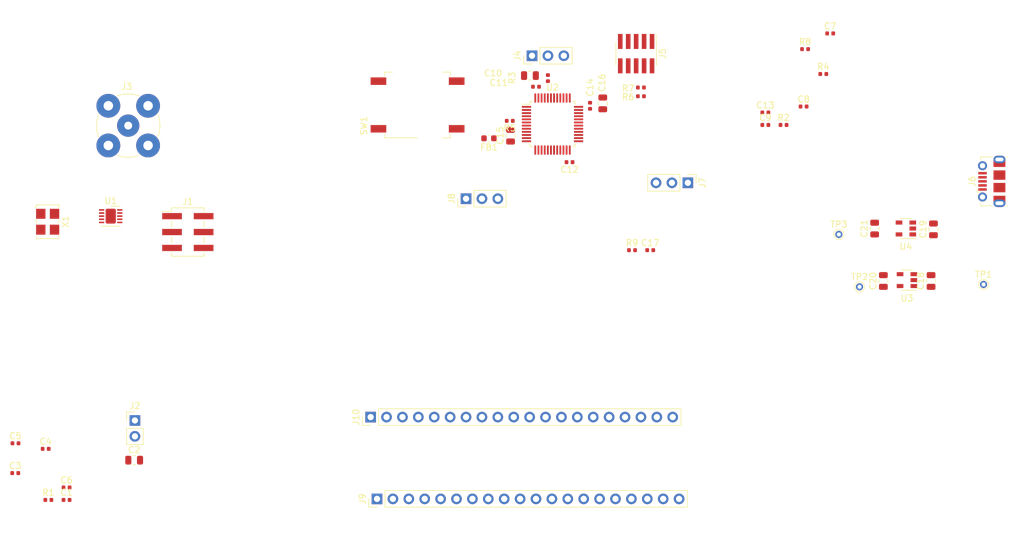
<source format=kicad_pcb>
(kicad_pcb (version 20171130) (host pcbnew "(5.1.5-0)")

  (general
    (thickness 1.6)
    (drawings 0)
    (tracks 0)
    (zones 0)
    (modules 50)
    (nets 30)
  )

  (page A4)
  (layers
    (0 F.Cu signal)
    (31 B.Cu signal)
    (32 B.Adhes user)
    (33 F.Adhes user)
    (34 B.Paste user)
    (35 F.Paste user)
    (36 B.SilkS user)
    (37 F.SilkS user)
    (38 B.Mask user)
    (39 F.Mask user)
    (40 Dwgs.User user)
    (41 Cmts.User user)
    (42 Eco1.User user)
    (43 Eco2.User user)
    (44 Edge.Cuts user)
    (45 Margin user)
    (46 B.CrtYd user)
    (47 F.CrtYd user)
    (48 B.Fab user)
    (49 F.Fab user)
  )

  (setup
    (last_trace_width 0.25)
    (trace_clearance 0.2)
    (zone_clearance 0.508)
    (zone_45_only no)
    (trace_min 0.2)
    (via_size 0.8)
    (via_drill 0.4)
    (via_min_size 0.4)
    (via_min_drill 0.3)
    (uvia_size 0.3)
    (uvia_drill 0.1)
    (uvias_allowed no)
    (uvia_min_size 0.2)
    (uvia_min_drill 0.1)
    (edge_width 0.05)
    (segment_width 0.2)
    (pcb_text_width 0.3)
    (pcb_text_size 1.5 1.5)
    (mod_edge_width 0.12)
    (mod_text_size 1 1)
    (mod_text_width 0.15)
    (pad_size 1.524 1.524)
    (pad_drill 0.762)
    (pad_to_mask_clearance 0.051)
    (solder_mask_min_width 0.25)
    (aux_axis_origin 0 0)
    (visible_elements FFFFFF7F)
    (pcbplotparams
      (layerselection 0x010fc_ffffffff)
      (usegerberextensions false)
      (usegerberattributes false)
      (usegerberadvancedattributes false)
      (creategerberjobfile false)
      (excludeedgelayer true)
      (linewidth 0.100000)
      (plotframeref false)
      (viasonmask false)
      (mode 1)
      (useauxorigin false)
      (hpglpennumber 1)
      (hpglpenspeed 20)
      (hpglpendiameter 15.000000)
      (psnegative false)
      (psa4output false)
      (plotreference true)
      (plotvalue true)
      (plotinvisibletext false)
      (padsonsilk false)
      (subtractmaskfromsilk false)
      (outputformat 1)
      (mirror false)
      (drillshape 1)
      (scaleselection 1)
      (outputdirectory ""))
  )

  (net 0 "")
  (net 1 GND)
  (net 2 "/DDS Chip/OSC_EN")
  (net 3 "/DDS Chip/DDS_VCAP")
  (net 4 +3V3)
  (net 5 "/DDS Chip/AD9837_COMP")
  (net 6 "Net-(C7-Pad1)")
  (net 7 /MCU/OSC_IN)
  (net 8 "Net-(C9-Pad1)")
  (net 9 +3.3VA)
  (net 10 "Net-(C17-Pad2)")
  (net 11 +5V)
  (net 12 "Net-(C21-Pad1)")
  (net 13 "/DDS Chip/DDS_FSYNC")
  (net 14 "/DDS Chip/DDS_SCLK")
  (net 15 "/DDS Chip/DDS_SDATA")
  (net 16 "/DDS Chip/DDS_VOUT")
  (net 17 /MCU/BOOT_SW_SEL)
  (net 18 /MCU/SWDIO_FLT)
  (net 19 /MCU/SWCLK_FLT)
  (net 20 /MCU/RST_L_FLT)
  (net 21 /MCU/USB_DM)
  (net 22 /MCU/USB_DP)
  (net 23 "Net-(J7-Pad2)")
  (net 24 /MCU/RESET_L)
  (net 25 /MCU/BOOT_SW)
  (net 26 /MCU/OSC_OUT)
  (net 27 /MCU/SWDIO)
  (net 28 /MCU/SWCLK)
  (net 29 "/DDS Chip/DDS_MCLK")

  (net_class Default "This is the default net class."
    (clearance 0.2)
    (trace_width 0.25)
    (via_dia 0.8)
    (via_drill 0.4)
    (uvia_dia 0.3)
    (uvia_drill 0.1)
    (add_net +3.3VA)
    (add_net +3V3)
    (add_net +5V)
    (add_net "/DDS Chip/AD9837_COMP")
    (add_net "/DDS Chip/DDS_FSYNC")
    (add_net "/DDS Chip/DDS_MCLK")
    (add_net "/DDS Chip/DDS_SCLK")
    (add_net "/DDS Chip/DDS_SDATA")
    (add_net "/DDS Chip/DDS_VCAP")
    (add_net "/DDS Chip/DDS_VOUT")
    (add_net "/DDS Chip/OSC_EN")
    (add_net /MCU/BOOT_SW)
    (add_net /MCU/BOOT_SW_SEL)
    (add_net /MCU/OSC_IN)
    (add_net /MCU/OSC_OUT)
    (add_net /MCU/RESET_L)
    (add_net /MCU/RST_L_FLT)
    (add_net /MCU/SWCLK)
    (add_net /MCU/SWCLK_FLT)
    (add_net /MCU/SWDIO)
    (add_net /MCU/SWDIO_FLT)
    (add_net /MCU/USB_DM)
    (add_net /MCU/USB_DP)
    (add_net GND)
    (add_net "Net-(C17-Pad2)")
    (add_net "Net-(C21-Pad1)")
    (add_net "Net-(C7-Pad1)")
    (add_net "Net-(C9-Pad1)")
    (add_net "Net-(J7-Pad2)")
  )

  (module Capacitor_SMD:C_0402_1005Metric (layer F.Cu) (tedit 5B301BBE) (tstamp 5E3D6E27)
    (at 107.880001 134.785001)
    (descr "Capacitor SMD 0402 (1005 Metric), square (rectangular) end terminal, IPC_7351 nominal, (Body size source: http://www.tortai-tech.com/upload/download/2011102023233369053.pdf), generated with kicad-footprint-generator")
    (tags capacitor)
    (path /5E344A1B/5E361097)
    (attr smd)
    (fp_text reference C1 (at 0 -1.17) (layer F.SilkS)
      (effects (font (size 1 1) (thickness 0.15)))
    )
    (fp_text value 100nF (at 0 1.17) (layer F.Fab)
      (effects (font (size 1 1) (thickness 0.15)))
    )
    (fp_text user %R (at 0 0) (layer F.Fab)
      (effects (font (size 0.25 0.25) (thickness 0.04)))
    )
    (fp_line (start 0.93 0.47) (end -0.93 0.47) (layer F.CrtYd) (width 0.05))
    (fp_line (start 0.93 -0.47) (end 0.93 0.47) (layer F.CrtYd) (width 0.05))
    (fp_line (start -0.93 -0.47) (end 0.93 -0.47) (layer F.CrtYd) (width 0.05))
    (fp_line (start -0.93 0.47) (end -0.93 -0.47) (layer F.CrtYd) (width 0.05))
    (fp_line (start 0.5 0.25) (end -0.5 0.25) (layer F.Fab) (width 0.1))
    (fp_line (start 0.5 -0.25) (end 0.5 0.25) (layer F.Fab) (width 0.1))
    (fp_line (start -0.5 -0.25) (end 0.5 -0.25) (layer F.Fab) (width 0.1))
    (fp_line (start -0.5 0.25) (end -0.5 -0.25) (layer F.Fab) (width 0.1))
    (pad 2 smd roundrect (at 0.485 0) (size 0.59 0.64) (layers F.Cu F.Paste F.Mask) (roundrect_rratio 0.25)
      (net 1 GND))
    (pad 1 smd roundrect (at -0.485 0) (size 0.59 0.64) (layers F.Cu F.Paste F.Mask) (roundrect_rratio 0.25)
      (net 2 "/DDS Chip/OSC_EN"))
    (model ${KISYS3DMOD}/Capacitor_SMD.3dshapes/C_0402_1005Metric.wrl
      (at (xyz 0 0 0))
      (scale (xyz 1 1 1))
      (rotate (xyz 0 0 0))
    )
  )

  (module Capacitor_SMD:C_0805_2012Metric (layer F.Cu) (tedit 5B36C52B) (tstamp 5E3D6E38)
    (at 118.680001 128.425001)
    (descr "Capacitor SMD 0805 (2012 Metric), square (rectangular) end terminal, IPC_7351 nominal, (Body size source: https://docs.google.com/spreadsheets/d/1BsfQQcO9C6DZCsRaXUlFlo91Tg2WpOkGARC1WS5S8t0/edit?usp=sharing), generated with kicad-footprint-generator")
    (tags capacitor)
    (path /5E344A1B/5E34B8C1)
    (attr smd)
    (fp_text reference C2 (at 0 -1.65) (layer F.SilkS)
      (effects (font (size 1 1) (thickness 0.15)))
    )
    (fp_text value 10uF (at 0 1.65) (layer F.Fab)
      (effects (font (size 1 1) (thickness 0.15)))
    )
    (fp_line (start -1 0.6) (end -1 -0.6) (layer F.Fab) (width 0.1))
    (fp_line (start -1 -0.6) (end 1 -0.6) (layer F.Fab) (width 0.1))
    (fp_line (start 1 -0.6) (end 1 0.6) (layer F.Fab) (width 0.1))
    (fp_line (start 1 0.6) (end -1 0.6) (layer F.Fab) (width 0.1))
    (fp_line (start -0.258578 -0.71) (end 0.258578 -0.71) (layer F.SilkS) (width 0.12))
    (fp_line (start -0.258578 0.71) (end 0.258578 0.71) (layer F.SilkS) (width 0.12))
    (fp_line (start -1.68 0.95) (end -1.68 -0.95) (layer F.CrtYd) (width 0.05))
    (fp_line (start -1.68 -0.95) (end 1.68 -0.95) (layer F.CrtYd) (width 0.05))
    (fp_line (start 1.68 -0.95) (end 1.68 0.95) (layer F.CrtYd) (width 0.05))
    (fp_line (start 1.68 0.95) (end -1.68 0.95) (layer F.CrtYd) (width 0.05))
    (fp_text user %R (at 0 0) (layer F.Fab)
      (effects (font (size 0.5 0.5) (thickness 0.08)))
    )
    (pad 1 smd roundrect (at -0.9375 0) (size 0.975 1.4) (layers F.Cu F.Paste F.Mask) (roundrect_rratio 0.25)
      (net 3 "/DDS Chip/DDS_VCAP"))
    (pad 2 smd roundrect (at 0.9375 0) (size 0.975 1.4) (layers F.Cu F.Paste F.Mask) (roundrect_rratio 0.25)
      (net 1 GND))
    (model ${KISYS3DMOD}/Capacitor_SMD.3dshapes/C_0805_2012Metric.wrl
      (at (xyz 0 0 0))
      (scale (xyz 1 1 1))
      (rotate (xyz 0 0 0))
    )
  )

  (module Capacitor_SMD:C_0402_1005Metric (layer F.Cu) (tedit 5B301BBE) (tstamp 5E3D6E47)
    (at 99.680001 130.495001)
    (descr "Capacitor SMD 0402 (1005 Metric), square (rectangular) end terminal, IPC_7351 nominal, (Body size source: http://www.tortai-tech.com/upload/download/2011102023233369053.pdf), generated with kicad-footprint-generator")
    (tags capacitor)
    (path /5E344A1B/5E34EA95)
    (attr smd)
    (fp_text reference C3 (at 0 -1.17) (layer F.SilkS)
      (effects (font (size 1 1) (thickness 0.15)))
    )
    (fp_text value 100nF (at 0 1.17) (layer F.Fab)
      (effects (font (size 1 1) (thickness 0.15)))
    )
    (fp_line (start -0.5 0.25) (end -0.5 -0.25) (layer F.Fab) (width 0.1))
    (fp_line (start -0.5 -0.25) (end 0.5 -0.25) (layer F.Fab) (width 0.1))
    (fp_line (start 0.5 -0.25) (end 0.5 0.25) (layer F.Fab) (width 0.1))
    (fp_line (start 0.5 0.25) (end -0.5 0.25) (layer F.Fab) (width 0.1))
    (fp_line (start -0.93 0.47) (end -0.93 -0.47) (layer F.CrtYd) (width 0.05))
    (fp_line (start -0.93 -0.47) (end 0.93 -0.47) (layer F.CrtYd) (width 0.05))
    (fp_line (start 0.93 -0.47) (end 0.93 0.47) (layer F.CrtYd) (width 0.05))
    (fp_line (start 0.93 0.47) (end -0.93 0.47) (layer F.CrtYd) (width 0.05))
    (fp_text user %R (at 0 0) (layer F.Fab)
      (effects (font (size 0.25 0.25) (thickness 0.04)))
    )
    (pad 1 smd roundrect (at -0.485 0) (size 0.59 0.64) (layers F.Cu F.Paste F.Mask) (roundrect_rratio 0.25)
      (net 4 +3V3))
    (pad 2 smd roundrect (at 0.485 0) (size 0.59 0.64) (layers F.Cu F.Paste F.Mask) (roundrect_rratio 0.25)
      (net 1 GND))
    (model ${KISYS3DMOD}/Capacitor_SMD.3dshapes/C_0402_1005Metric.wrl
      (at (xyz 0 0 0))
      (scale (xyz 1 1 1))
      (rotate (xyz 0 0 0))
    )
  )

  (module Capacitor_SMD:C_0402_1005Metric (layer F.Cu) (tedit 5B301BBE) (tstamp 5E3D6E56)
    (at 104.544 126.619)
    (descr "Capacitor SMD 0402 (1005 Metric), square (rectangular) end terminal, IPC_7351 nominal, (Body size source: http://www.tortai-tech.com/upload/download/2011102023233369053.pdf), generated with kicad-footprint-generator")
    (tags capacitor)
    (path /5E344A1B/5E34CB4B)
    (attr smd)
    (fp_text reference C4 (at 0 -1.17) (layer F.SilkS)
      (effects (font (size 1 1) (thickness 0.15)))
    )
    (fp_text value 100nF (at 0 1.17) (layer F.Fab)
      (effects (font (size 1 1) (thickness 0.15)))
    )
    (fp_text user %R (at 0 0) (layer F.Fab)
      (effects (font (size 0.25 0.25) (thickness 0.04)))
    )
    (fp_line (start 0.93 0.47) (end -0.93 0.47) (layer F.CrtYd) (width 0.05))
    (fp_line (start 0.93 -0.47) (end 0.93 0.47) (layer F.CrtYd) (width 0.05))
    (fp_line (start -0.93 -0.47) (end 0.93 -0.47) (layer F.CrtYd) (width 0.05))
    (fp_line (start -0.93 0.47) (end -0.93 -0.47) (layer F.CrtYd) (width 0.05))
    (fp_line (start 0.5 0.25) (end -0.5 0.25) (layer F.Fab) (width 0.1))
    (fp_line (start 0.5 -0.25) (end 0.5 0.25) (layer F.Fab) (width 0.1))
    (fp_line (start -0.5 -0.25) (end 0.5 -0.25) (layer F.Fab) (width 0.1))
    (fp_line (start -0.5 0.25) (end -0.5 -0.25) (layer F.Fab) (width 0.1))
    (pad 2 smd roundrect (at 0.485 0) (size 0.59 0.64) (layers F.Cu F.Paste F.Mask) (roundrect_rratio 0.25)
      (net 1 GND))
    (pad 1 smd roundrect (at -0.485 0) (size 0.59 0.64) (layers F.Cu F.Paste F.Mask) (roundrect_rratio 0.25)
      (net 3 "/DDS Chip/DDS_VCAP"))
    (model ${KISYS3DMOD}/Capacitor_SMD.3dshapes/C_0402_1005Metric.wrl
      (at (xyz 0 0 0))
      (scale (xyz 1 1 1))
      (rotate (xyz 0 0 0))
    )
  )

  (module Capacitor_SMD:C_0402_1005Metric (layer F.Cu) (tedit 5B301BBE) (tstamp 5E3D6E65)
    (at 99.718 125.73)
    (descr "Capacitor SMD 0402 (1005 Metric), square (rectangular) end terminal, IPC_7351 nominal, (Body size source: http://www.tortai-tech.com/upload/download/2011102023233369053.pdf), generated with kicad-footprint-generator")
    (tags capacitor)
    (path /5E344A1B/5E36520C)
    (attr smd)
    (fp_text reference C5 (at 0 -1.17) (layer F.SilkS)
      (effects (font (size 1 1) (thickness 0.15)))
    )
    (fp_text value 100nF (at 0 1.17) (layer F.Fab)
      (effects (font (size 1 1) (thickness 0.15)))
    )
    (fp_text user %R (at 0 0) (layer F.Fab)
      (effects (font (size 0.25 0.25) (thickness 0.04)))
    )
    (fp_line (start 0.93 0.47) (end -0.93 0.47) (layer F.CrtYd) (width 0.05))
    (fp_line (start 0.93 -0.47) (end 0.93 0.47) (layer F.CrtYd) (width 0.05))
    (fp_line (start -0.93 -0.47) (end 0.93 -0.47) (layer F.CrtYd) (width 0.05))
    (fp_line (start -0.93 0.47) (end -0.93 -0.47) (layer F.CrtYd) (width 0.05))
    (fp_line (start 0.5 0.25) (end -0.5 0.25) (layer F.Fab) (width 0.1))
    (fp_line (start 0.5 -0.25) (end 0.5 0.25) (layer F.Fab) (width 0.1))
    (fp_line (start -0.5 -0.25) (end 0.5 -0.25) (layer F.Fab) (width 0.1))
    (fp_line (start -0.5 0.25) (end -0.5 -0.25) (layer F.Fab) (width 0.1))
    (pad 2 smd roundrect (at 0.485 0) (size 0.59 0.64) (layers F.Cu F.Paste F.Mask) (roundrect_rratio 0.25)
      (net 1 GND))
    (pad 1 smd roundrect (at -0.485 0) (size 0.59 0.64) (layers F.Cu F.Paste F.Mask) (roundrect_rratio 0.25)
      (net 4 +3V3))
    (model ${KISYS3DMOD}/Capacitor_SMD.3dshapes/C_0402_1005Metric.wrl
      (at (xyz 0 0 0))
      (scale (xyz 1 1 1))
      (rotate (xyz 0 0 0))
    )
  )

  (module Capacitor_SMD:C_0402_1005Metric (layer F.Cu) (tedit 5B301BBE) (tstamp 5E3D6E74)
    (at 107.880001 132.795001)
    (descr "Capacitor SMD 0402 (1005 Metric), square (rectangular) end terminal, IPC_7351 nominal, (Body size source: http://www.tortai-tech.com/upload/download/2011102023233369053.pdf), generated with kicad-footprint-generator")
    (tags capacitor)
    (path /5E344A1B/5E34F380)
    (attr smd)
    (fp_text reference C6 (at 0 -1.17) (layer F.SilkS)
      (effects (font (size 1 1) (thickness 0.15)))
    )
    (fp_text value 10nF (at 0 1.17) (layer F.Fab)
      (effects (font (size 1 1) (thickness 0.15)))
    )
    (fp_text user %R (at 0 0) (layer F.Fab)
      (effects (font (size 0.25 0.25) (thickness 0.04)))
    )
    (fp_line (start 0.93 0.47) (end -0.93 0.47) (layer F.CrtYd) (width 0.05))
    (fp_line (start 0.93 -0.47) (end 0.93 0.47) (layer F.CrtYd) (width 0.05))
    (fp_line (start -0.93 -0.47) (end 0.93 -0.47) (layer F.CrtYd) (width 0.05))
    (fp_line (start -0.93 0.47) (end -0.93 -0.47) (layer F.CrtYd) (width 0.05))
    (fp_line (start 0.5 0.25) (end -0.5 0.25) (layer F.Fab) (width 0.1))
    (fp_line (start 0.5 -0.25) (end 0.5 0.25) (layer F.Fab) (width 0.1))
    (fp_line (start -0.5 -0.25) (end 0.5 -0.25) (layer F.Fab) (width 0.1))
    (fp_line (start -0.5 0.25) (end -0.5 -0.25) (layer F.Fab) (width 0.1))
    (pad 2 smd roundrect (at 0.485 0) (size 0.59 0.64) (layers F.Cu F.Paste F.Mask) (roundrect_rratio 0.25)
      (net 4 +3V3))
    (pad 1 smd roundrect (at -0.485 0) (size 0.59 0.64) (layers F.Cu F.Paste F.Mask) (roundrect_rratio 0.25)
      (net 5 "/DDS Chip/AD9837_COMP"))
    (model ${KISYS3DMOD}/Capacitor_SMD.3dshapes/C_0402_1005Metric.wrl
      (at (xyz 0 0 0))
      (scale (xyz 1 1 1))
      (rotate (xyz 0 0 0))
    )
  )

  (module Capacitor_SMD:C_0402_1005Metric (layer F.Cu) (tedit 5B301BBE) (tstamp 5E3D6E83)
    (at 229.880001 60.185001)
    (descr "Capacitor SMD 0402 (1005 Metric), square (rectangular) end terminal, IPC_7351 nominal, (Body size source: http://www.tortai-tech.com/upload/download/2011102023233369053.pdf), generated with kicad-footprint-generator")
    (tags capacitor)
    (path /5E381CE2/5E38C56F)
    (attr smd)
    (fp_text reference C7 (at 0 -1.17) (layer F.SilkS)
      (effects (font (size 1 1) (thickness 0.15)))
    )
    (fp_text value 100pF (at 0 1.17) (layer F.Fab)
      (effects (font (size 1 1) (thickness 0.15)))
    )
    (fp_line (start -0.5 0.25) (end -0.5 -0.25) (layer F.Fab) (width 0.1))
    (fp_line (start -0.5 -0.25) (end 0.5 -0.25) (layer F.Fab) (width 0.1))
    (fp_line (start 0.5 -0.25) (end 0.5 0.25) (layer F.Fab) (width 0.1))
    (fp_line (start 0.5 0.25) (end -0.5 0.25) (layer F.Fab) (width 0.1))
    (fp_line (start -0.93 0.47) (end -0.93 -0.47) (layer F.CrtYd) (width 0.05))
    (fp_line (start -0.93 -0.47) (end 0.93 -0.47) (layer F.CrtYd) (width 0.05))
    (fp_line (start 0.93 -0.47) (end 0.93 0.47) (layer F.CrtYd) (width 0.05))
    (fp_line (start 0.93 0.47) (end -0.93 0.47) (layer F.CrtYd) (width 0.05))
    (fp_text user %R (at 0 0) (layer F.Fab)
      (effects (font (size 0.25 0.25) (thickness 0.04)))
    )
    (pad 1 smd roundrect (at -0.485 0) (size 0.59 0.64) (layers F.Cu F.Paste F.Mask) (roundrect_rratio 0.25)
      (net 6 "Net-(C7-Pad1)"))
    (pad 2 smd roundrect (at 0.485 0) (size 0.59 0.64) (layers F.Cu F.Paste F.Mask) (roundrect_rratio 0.25)
      (net 1 GND))
    (model ${KISYS3DMOD}/Capacitor_SMD.3dshapes/C_0402_1005Metric.wrl
      (at (xyz 0 0 0))
      (scale (xyz 1 1 1))
      (rotate (xyz 0 0 0))
    )
  )

  (module Capacitor_SMD:C_0402_1005Metric (layer F.Cu) (tedit 5B301BBE) (tstamp 5E3D6E92)
    (at 225.630001 71.875001)
    (descr "Capacitor SMD 0402 (1005 Metric), square (rectangular) end terminal, IPC_7351 nominal, (Body size source: http://www.tortai-tech.com/upload/download/2011102023233369053.pdf), generated with kicad-footprint-generator")
    (tags capacitor)
    (path /5E381CE2/5E464A0B)
    (attr smd)
    (fp_text reference C8 (at 0 -1.17) (layer F.SilkS)
      (effects (font (size 1 1) (thickness 0.15)))
    )
    (fp_text value 10pF (at 0 1.17) (layer F.Fab)
      (effects (font (size 1 1) (thickness 0.15)))
    )
    (fp_text user %R (at 0 0) (layer F.Fab)
      (effects (font (size 0.25 0.25) (thickness 0.04)))
    )
    (fp_line (start 0.93 0.47) (end -0.93 0.47) (layer F.CrtYd) (width 0.05))
    (fp_line (start 0.93 -0.47) (end 0.93 0.47) (layer F.CrtYd) (width 0.05))
    (fp_line (start -0.93 -0.47) (end 0.93 -0.47) (layer F.CrtYd) (width 0.05))
    (fp_line (start -0.93 0.47) (end -0.93 -0.47) (layer F.CrtYd) (width 0.05))
    (fp_line (start 0.5 0.25) (end -0.5 0.25) (layer F.Fab) (width 0.1))
    (fp_line (start 0.5 -0.25) (end 0.5 0.25) (layer F.Fab) (width 0.1))
    (fp_line (start -0.5 -0.25) (end 0.5 -0.25) (layer F.Fab) (width 0.1))
    (fp_line (start -0.5 0.25) (end -0.5 -0.25) (layer F.Fab) (width 0.1))
    (pad 2 smd roundrect (at 0.485 0) (size 0.59 0.64) (layers F.Cu F.Paste F.Mask) (roundrect_rratio 0.25)
      (net 1 GND))
    (pad 1 smd roundrect (at -0.485 0) (size 0.59 0.64) (layers F.Cu F.Paste F.Mask) (roundrect_rratio 0.25)
      (net 7 /MCU/OSC_IN))
    (model ${KISYS3DMOD}/Capacitor_SMD.3dshapes/C_0402_1005Metric.wrl
      (at (xyz 0 0 0))
      (scale (xyz 1 1 1))
      (rotate (xyz 0 0 0))
    )
  )

  (module Capacitor_SMD:C_0402_1005Metric (layer F.Cu) (tedit 5B301BBE) (tstamp 5E3D6EA1)
    (at 219.520001 74.825001)
    (descr "Capacitor SMD 0402 (1005 Metric), square (rectangular) end terminal, IPC_7351 nominal, (Body size source: http://www.tortai-tech.com/upload/download/2011102023233369053.pdf), generated with kicad-footprint-generator")
    (tags capacitor)
    (path /5E381CE2/5E465210)
    (attr smd)
    (fp_text reference C9 (at 0 -1.17) (layer F.SilkS)
      (effects (font (size 1 1) (thickness 0.15)))
    )
    (fp_text value 10pF (at 0 1.17) (layer F.Fab)
      (effects (font (size 1 1) (thickness 0.15)))
    )
    (fp_line (start -0.5 0.25) (end -0.5 -0.25) (layer F.Fab) (width 0.1))
    (fp_line (start -0.5 -0.25) (end 0.5 -0.25) (layer F.Fab) (width 0.1))
    (fp_line (start 0.5 -0.25) (end 0.5 0.25) (layer F.Fab) (width 0.1))
    (fp_line (start 0.5 0.25) (end -0.5 0.25) (layer F.Fab) (width 0.1))
    (fp_line (start -0.93 0.47) (end -0.93 -0.47) (layer F.CrtYd) (width 0.05))
    (fp_line (start -0.93 -0.47) (end 0.93 -0.47) (layer F.CrtYd) (width 0.05))
    (fp_line (start 0.93 -0.47) (end 0.93 0.47) (layer F.CrtYd) (width 0.05))
    (fp_line (start 0.93 0.47) (end -0.93 0.47) (layer F.CrtYd) (width 0.05))
    (fp_text user %R (at 0 0) (layer F.Fab)
      (effects (font (size 0.25 0.25) (thickness 0.04)))
    )
    (pad 1 smd roundrect (at -0.485 0) (size 0.59 0.64) (layers F.Cu F.Paste F.Mask) (roundrect_rratio 0.25)
      (net 8 "Net-(C9-Pad1)"))
    (pad 2 smd roundrect (at 0.485 0) (size 0.59 0.64) (layers F.Cu F.Paste F.Mask) (roundrect_rratio 0.25)
      (net 1 GND))
    (model ${KISYS3DMOD}/Capacitor_SMD.3dshapes/C_0402_1005Metric.wrl
      (at (xyz 0 0 0))
      (scale (xyz 1 1 1))
      (rotate (xyz 0 0 0))
    )
  )

  (module Capacitor_SMD:C_0805_2012Metric (layer F.Cu) (tedit 5B36C52B) (tstamp 5E3D6EB2)
    (at 181.9125 66.929)
    (descr "Capacitor SMD 0805 (2012 Metric), square (rectangular) end terminal, IPC_7351 nominal, (Body size source: https://docs.google.com/spreadsheets/d/1BsfQQcO9C6DZCsRaXUlFlo91Tg2WpOkGARC1WS5S8t0/edit?usp=sharing), generated with kicad-footprint-generator")
    (tags capacitor)
    (path /5E381CE2/5E48CBC1)
    (attr smd)
    (fp_text reference C10 (at -5.8905 -0.381) (layer F.SilkS)
      (effects (font (size 1 1) (thickness 0.15)))
    )
    (fp_text value 4.7uF (at 0 1.65) (layer F.Fab)
      (effects (font (size 1 1) (thickness 0.15)))
    )
    (fp_text user %R (at 0 0) (layer F.Fab)
      (effects (font (size 0.5 0.5) (thickness 0.08)))
    )
    (fp_line (start 1.68 0.95) (end -1.68 0.95) (layer F.CrtYd) (width 0.05))
    (fp_line (start 1.68 -0.95) (end 1.68 0.95) (layer F.CrtYd) (width 0.05))
    (fp_line (start -1.68 -0.95) (end 1.68 -0.95) (layer F.CrtYd) (width 0.05))
    (fp_line (start -1.68 0.95) (end -1.68 -0.95) (layer F.CrtYd) (width 0.05))
    (fp_line (start -0.258578 0.71) (end 0.258578 0.71) (layer F.SilkS) (width 0.12))
    (fp_line (start -0.258578 -0.71) (end 0.258578 -0.71) (layer F.SilkS) (width 0.12))
    (fp_line (start 1 0.6) (end -1 0.6) (layer F.Fab) (width 0.1))
    (fp_line (start 1 -0.6) (end 1 0.6) (layer F.Fab) (width 0.1))
    (fp_line (start -1 -0.6) (end 1 -0.6) (layer F.Fab) (width 0.1))
    (fp_line (start -1 0.6) (end -1 -0.6) (layer F.Fab) (width 0.1))
    (pad 2 smd roundrect (at 0.9375 0) (size 0.975 1.4) (layers F.Cu F.Paste F.Mask) (roundrect_rratio 0.25)
      (net 1 GND))
    (pad 1 smd roundrect (at -0.9375 0) (size 0.975 1.4) (layers F.Cu F.Paste F.Mask) (roundrect_rratio 0.25)
      (net 4 +3V3))
    (model ${KISYS3DMOD}/Capacitor_SMD.3dshapes/C_0805_2012Metric.wrl
      (at (xyz 0 0 0))
      (scale (xyz 1 1 1))
      (rotate (xyz 0 0 0))
    )
  )

  (module Capacitor_SMD:C_0402_1005Metric (layer F.Cu) (tedit 5B301BBE) (tstamp 5E3D6EC1)
    (at 182.88 68.707)
    (descr "Capacitor SMD 0402 (1005 Metric), square (rectangular) end terminal, IPC_7351 nominal, (Body size source: http://www.tortai-tech.com/upload/download/2011102023233369053.pdf), generated with kicad-footprint-generator")
    (tags capacitor)
    (path /5E381CE2/5E38C4EC)
    (attr smd)
    (fp_text reference C11 (at -5.969 -0.635) (layer F.SilkS)
      (effects (font (size 1 1) (thickness 0.15)))
    )
    (fp_text value 100nF (at 0 1.17) (layer F.Fab)
      (effects (font (size 1 1) (thickness 0.15)))
    )
    (fp_text user %R (at 0 0) (layer F.Fab)
      (effects (font (size 0.25 0.25) (thickness 0.04)))
    )
    (fp_line (start 0.93 0.47) (end -0.93 0.47) (layer F.CrtYd) (width 0.05))
    (fp_line (start 0.93 -0.47) (end 0.93 0.47) (layer F.CrtYd) (width 0.05))
    (fp_line (start -0.93 -0.47) (end 0.93 -0.47) (layer F.CrtYd) (width 0.05))
    (fp_line (start -0.93 0.47) (end -0.93 -0.47) (layer F.CrtYd) (width 0.05))
    (fp_line (start 0.5 0.25) (end -0.5 0.25) (layer F.Fab) (width 0.1))
    (fp_line (start 0.5 -0.25) (end 0.5 0.25) (layer F.Fab) (width 0.1))
    (fp_line (start -0.5 -0.25) (end 0.5 -0.25) (layer F.Fab) (width 0.1))
    (fp_line (start -0.5 0.25) (end -0.5 -0.25) (layer F.Fab) (width 0.1))
    (pad 2 smd roundrect (at 0.485 0) (size 0.59 0.64) (layers F.Cu F.Paste F.Mask) (roundrect_rratio 0.25)
      (net 1 GND))
    (pad 1 smd roundrect (at -0.485 0) (size 0.59 0.64) (layers F.Cu F.Paste F.Mask) (roundrect_rratio 0.25)
      (net 4 +3V3))
    (model ${KISYS3DMOD}/Capacitor_SMD.3dshapes/C_0402_1005Metric.wrl
      (at (xyz 0 0 0))
      (scale (xyz 1 1 1))
      (rotate (xyz 0 0 0))
    )
  )

  (module Capacitor_SMD:C_0402_1005Metric (layer F.Cu) (tedit 5B301BBE) (tstamp 5E3D6ED0)
    (at 188.237 80.772 180)
    (descr "Capacitor SMD 0402 (1005 Metric), square (rectangular) end terminal, IPC_7351 nominal, (Body size source: http://www.tortai-tech.com/upload/download/2011102023233369053.pdf), generated with kicad-footprint-generator")
    (tags capacitor)
    (path /5E381CE2/5E38C4E6)
    (attr smd)
    (fp_text reference C12 (at 0 -1.17) (layer F.SilkS)
      (effects (font (size 1 1) (thickness 0.15)))
    )
    (fp_text value 100nF (at 0 1.17) (layer F.Fab)
      (effects (font (size 1 1) (thickness 0.15)))
    )
    (fp_line (start -0.5 0.25) (end -0.5 -0.25) (layer F.Fab) (width 0.1))
    (fp_line (start -0.5 -0.25) (end 0.5 -0.25) (layer F.Fab) (width 0.1))
    (fp_line (start 0.5 -0.25) (end 0.5 0.25) (layer F.Fab) (width 0.1))
    (fp_line (start 0.5 0.25) (end -0.5 0.25) (layer F.Fab) (width 0.1))
    (fp_line (start -0.93 0.47) (end -0.93 -0.47) (layer F.CrtYd) (width 0.05))
    (fp_line (start -0.93 -0.47) (end 0.93 -0.47) (layer F.CrtYd) (width 0.05))
    (fp_line (start 0.93 -0.47) (end 0.93 0.47) (layer F.CrtYd) (width 0.05))
    (fp_line (start 0.93 0.47) (end -0.93 0.47) (layer F.CrtYd) (width 0.05))
    (fp_text user %R (at 0 0) (layer F.Fab)
      (effects (font (size 0.25 0.25) (thickness 0.04)))
    )
    (pad 1 smd roundrect (at -0.485 0 180) (size 0.59 0.64) (layers F.Cu F.Paste F.Mask) (roundrect_rratio 0.25)
      (net 4 +3V3))
    (pad 2 smd roundrect (at 0.485 0 180) (size 0.59 0.64) (layers F.Cu F.Paste F.Mask) (roundrect_rratio 0.25)
      (net 1 GND))
    (model ${KISYS3DMOD}/Capacitor_SMD.3dshapes/C_0402_1005Metric.wrl
      (at (xyz 0 0 0))
      (scale (xyz 1 1 1))
      (rotate (xyz 0 0 0))
    )
  )

  (module Capacitor_SMD:C_0402_1005Metric (layer F.Cu) (tedit 5B301BBE) (tstamp 5E3D6EDF)
    (at 219.520001 72.835001)
    (descr "Capacitor SMD 0402 (1005 Metric), square (rectangular) end terminal, IPC_7351 nominal, (Body size source: http://www.tortai-tech.com/upload/download/2011102023233369053.pdf), generated with kicad-footprint-generator")
    (tags capacitor)
    (path /5E381CE2/5E38C4F8)
    (attr smd)
    (fp_text reference C13 (at 0 -1.17) (layer F.SilkS)
      (effects (font (size 1 1) (thickness 0.15)))
    )
    (fp_text value 10nF (at 0 1.17) (layer F.Fab)
      (effects (font (size 1 1) (thickness 0.15)))
    )
    (fp_line (start -0.5 0.25) (end -0.5 -0.25) (layer F.Fab) (width 0.1))
    (fp_line (start -0.5 -0.25) (end 0.5 -0.25) (layer F.Fab) (width 0.1))
    (fp_line (start 0.5 -0.25) (end 0.5 0.25) (layer F.Fab) (width 0.1))
    (fp_line (start 0.5 0.25) (end -0.5 0.25) (layer F.Fab) (width 0.1))
    (fp_line (start -0.93 0.47) (end -0.93 -0.47) (layer F.CrtYd) (width 0.05))
    (fp_line (start -0.93 -0.47) (end 0.93 -0.47) (layer F.CrtYd) (width 0.05))
    (fp_line (start 0.93 -0.47) (end 0.93 0.47) (layer F.CrtYd) (width 0.05))
    (fp_line (start 0.93 0.47) (end -0.93 0.47) (layer F.CrtYd) (width 0.05))
    (fp_text user %R (at 0 0) (layer F.Fab)
      (effects (font (size 0.25 0.25) (thickness 0.04)))
    )
    (pad 1 smd roundrect (at -0.485 0) (size 0.59 0.64) (layers F.Cu F.Paste F.Mask) (roundrect_rratio 0.25)
      (net 9 +3.3VA))
    (pad 2 smd roundrect (at 0.485 0) (size 0.59 0.64) (layers F.Cu F.Paste F.Mask) (roundrect_rratio 0.25)
      (net 1 GND))
    (model ${KISYS3DMOD}/Capacitor_SMD.3dshapes/C_0402_1005Metric.wrl
      (at (xyz 0 0 0))
      (scale (xyz 1 1 1))
      (rotate (xyz 0 0 0))
    )
  )

  (module Capacitor_SMD:C_0402_1005Metric (layer F.Cu) (tedit 5B301BBE) (tstamp 5E3D6EEE)
    (at 191.516 71.755 270)
    (descr "Capacitor SMD 0402 (1005 Metric), square (rectangular) end terminal, IPC_7351 nominal, (Body size source: http://www.tortai-tech.com/upload/download/2011102023233369053.pdf), generated with kicad-footprint-generator")
    (tags capacitor)
    (path /5E381CE2/5E42975A)
    (attr smd)
    (fp_text reference C14 (at -2.921 0 90) (layer F.SilkS)
      (effects (font (size 1 1) (thickness 0.15)))
    )
    (fp_text value 100nF (at 0 1.17 90) (layer F.Fab)
      (effects (font (size 1 1) (thickness 0.15)))
    )
    (fp_line (start -0.5 0.25) (end -0.5 -0.25) (layer F.Fab) (width 0.1))
    (fp_line (start -0.5 -0.25) (end 0.5 -0.25) (layer F.Fab) (width 0.1))
    (fp_line (start 0.5 -0.25) (end 0.5 0.25) (layer F.Fab) (width 0.1))
    (fp_line (start 0.5 0.25) (end -0.5 0.25) (layer F.Fab) (width 0.1))
    (fp_line (start -0.93 0.47) (end -0.93 -0.47) (layer F.CrtYd) (width 0.05))
    (fp_line (start -0.93 -0.47) (end 0.93 -0.47) (layer F.CrtYd) (width 0.05))
    (fp_line (start 0.93 -0.47) (end 0.93 0.47) (layer F.CrtYd) (width 0.05))
    (fp_line (start 0.93 0.47) (end -0.93 0.47) (layer F.CrtYd) (width 0.05))
    (fp_text user %R (at 0 0 90) (layer F.Fab)
      (effects (font (size 0.25 0.25) (thickness 0.04)))
    )
    (pad 1 smd roundrect (at -0.485 0 270) (size 0.59 0.64) (layers F.Cu F.Paste F.Mask) (roundrect_rratio 0.25))
    (pad 2 smd roundrect (at 0.485 0 270) (size 0.59 0.64) (layers F.Cu F.Paste F.Mask) (roundrect_rratio 0.25)
      (net 1 GND))
    (model ${KISYS3DMOD}/Capacitor_SMD.3dshapes/C_0402_1005Metric.wrl
      (at (xyz 0 0 0))
      (scale (xyz 1 1 1))
      (rotate (xyz 0 0 0))
    )
  )

  (module Capacitor_SMD:C_0805_2012Metric (layer F.Cu) (tedit 5B36C52B) (tstamp 5E3D6EFF)
    (at 178.816 76.5325 90)
    (descr "Capacitor SMD 0805 (2012 Metric), square (rectangular) end terminal, IPC_7351 nominal, (Body size source: https://docs.google.com/spreadsheets/d/1BsfQQcO9C6DZCsRaXUlFlo91Tg2WpOkGARC1WS5S8t0/edit?usp=sharing), generated with kicad-footprint-generator")
    (tags capacitor)
    (path /5E381CE2/5E38C53A)
    (attr smd)
    (fp_text reference C15 (at 0 -1.65 90) (layer F.SilkS)
      (effects (font (size 1 1) (thickness 0.15)))
    )
    (fp_text value 1uF (at 0 1.65 90) (layer F.Fab)
      (effects (font (size 1 1) (thickness 0.15)))
    )
    (fp_text user %R (at 0 0 90) (layer F.Fab)
      (effects (font (size 0.5 0.5) (thickness 0.08)))
    )
    (fp_line (start 1.68 0.95) (end -1.68 0.95) (layer F.CrtYd) (width 0.05))
    (fp_line (start 1.68 -0.95) (end 1.68 0.95) (layer F.CrtYd) (width 0.05))
    (fp_line (start -1.68 -0.95) (end 1.68 -0.95) (layer F.CrtYd) (width 0.05))
    (fp_line (start -1.68 0.95) (end -1.68 -0.95) (layer F.CrtYd) (width 0.05))
    (fp_line (start -0.258578 0.71) (end 0.258578 0.71) (layer F.SilkS) (width 0.12))
    (fp_line (start -0.258578 -0.71) (end 0.258578 -0.71) (layer F.SilkS) (width 0.12))
    (fp_line (start 1 0.6) (end -1 0.6) (layer F.Fab) (width 0.1))
    (fp_line (start 1 -0.6) (end 1 0.6) (layer F.Fab) (width 0.1))
    (fp_line (start -1 -0.6) (end 1 -0.6) (layer F.Fab) (width 0.1))
    (fp_line (start -1 0.6) (end -1 -0.6) (layer F.Fab) (width 0.1))
    (pad 2 smd roundrect (at 0.9375 0 90) (size 0.975 1.4) (layers F.Cu F.Paste F.Mask) (roundrect_rratio 0.25)
      (net 1 GND))
    (pad 1 smd roundrect (at -0.9375 0 90) (size 0.975 1.4) (layers F.Cu F.Paste F.Mask) (roundrect_rratio 0.25)
      (net 9 +3.3VA))
    (model ${KISYS3DMOD}/Capacitor_SMD.3dshapes/C_0805_2012Metric.wrl
      (at (xyz 0 0 0))
      (scale (xyz 1 1 1))
      (rotate (xyz 0 0 0))
    )
  )

  (module Capacitor_SMD:C_0805_2012Metric (layer F.Cu) (tedit 5B36C52B) (tstamp 5E3D6F10)
    (at 193.548 71.374 270)
    (descr "Capacitor SMD 0805 (2012 Metric), square (rectangular) end terminal, IPC_7351 nominal, (Body size source: https://docs.google.com/spreadsheets/d/1BsfQQcO9C6DZCsRaXUlFlo91Tg2WpOkGARC1WS5S8t0/edit?usp=sharing), generated with kicad-footprint-generator")
    (tags capacitor)
    (path /5E381CE2/5E38C4F2)
    (attr smd)
    (fp_text reference C16 (at -3.302 0.127 90) (layer F.SilkS)
      (effects (font (size 1 1) (thickness 0.15)))
    )
    (fp_text value 4.7uF (at 0 1.65 90) (layer F.Fab)
      (effects (font (size 1 1) (thickness 0.15)))
    )
    (fp_line (start -1 0.6) (end -1 -0.6) (layer F.Fab) (width 0.1))
    (fp_line (start -1 -0.6) (end 1 -0.6) (layer F.Fab) (width 0.1))
    (fp_line (start 1 -0.6) (end 1 0.6) (layer F.Fab) (width 0.1))
    (fp_line (start 1 0.6) (end -1 0.6) (layer F.Fab) (width 0.1))
    (fp_line (start -0.258578 -0.71) (end 0.258578 -0.71) (layer F.SilkS) (width 0.12))
    (fp_line (start -0.258578 0.71) (end 0.258578 0.71) (layer F.SilkS) (width 0.12))
    (fp_line (start -1.68 0.95) (end -1.68 -0.95) (layer F.CrtYd) (width 0.05))
    (fp_line (start -1.68 -0.95) (end 1.68 -0.95) (layer F.CrtYd) (width 0.05))
    (fp_line (start 1.68 -0.95) (end 1.68 0.95) (layer F.CrtYd) (width 0.05))
    (fp_line (start 1.68 0.95) (end -1.68 0.95) (layer F.CrtYd) (width 0.05))
    (fp_text user %R (at 0 0 90) (layer F.Fab)
      (effects (font (size 0.5 0.5) (thickness 0.08)))
    )
    (pad 1 smd roundrect (at -0.9375 0 270) (size 0.975 1.4) (layers F.Cu F.Paste F.Mask) (roundrect_rratio 0.25)
      (net 4 +3V3))
    (pad 2 smd roundrect (at 0.9375 0 270) (size 0.975 1.4) (layers F.Cu F.Paste F.Mask) (roundrect_rratio 0.25)
      (net 1 GND))
    (model ${KISYS3DMOD}/Capacitor_SMD.3dshapes/C_0805_2012Metric.wrl
      (at (xyz 0 0 0))
      (scale (xyz 1 1 1))
      (rotate (xyz 0 0 0))
    )
  )

  (module Capacitor_SMD:C_0402_1005Metric (layer F.Cu) (tedit 5B301BBE) (tstamp 5E3D6F1F)
    (at 201.130001 94.845001)
    (descr "Capacitor SMD 0402 (1005 Metric), square (rectangular) end terminal, IPC_7351 nominal, (Body size source: http://www.tortai-tech.com/upload/download/2011102023233369053.pdf), generated with kicad-footprint-generator")
    (tags capacitor)
    (path /5E4A0C9F/5E4A6430)
    (attr smd)
    (fp_text reference C17 (at 0 -1.17) (layer F.SilkS)
      (effects (font (size 1 1) (thickness 0.15)))
    )
    (fp_text value 4.5nF (at 0 1.17) (layer F.Fab)
      (effects (font (size 1 1) (thickness 0.15)))
    )
    (fp_line (start -0.5 0.25) (end -0.5 -0.25) (layer F.Fab) (width 0.1))
    (fp_line (start -0.5 -0.25) (end 0.5 -0.25) (layer F.Fab) (width 0.1))
    (fp_line (start 0.5 -0.25) (end 0.5 0.25) (layer F.Fab) (width 0.1))
    (fp_line (start 0.5 0.25) (end -0.5 0.25) (layer F.Fab) (width 0.1))
    (fp_line (start -0.93 0.47) (end -0.93 -0.47) (layer F.CrtYd) (width 0.05))
    (fp_line (start -0.93 -0.47) (end 0.93 -0.47) (layer F.CrtYd) (width 0.05))
    (fp_line (start 0.93 -0.47) (end 0.93 0.47) (layer F.CrtYd) (width 0.05))
    (fp_line (start 0.93 0.47) (end -0.93 0.47) (layer F.CrtYd) (width 0.05))
    (fp_text user %R (at 0 0) (layer F.Fab)
      (effects (font (size 0.25 0.25) (thickness 0.04)))
    )
    (pad 1 smd roundrect (at -0.485 0) (size 0.59 0.64) (layers F.Cu F.Paste F.Mask) (roundrect_rratio 0.25)
      (net 1 GND))
    (pad 2 smd roundrect (at 0.485 0) (size 0.59 0.64) (layers F.Cu F.Paste F.Mask) (roundrect_rratio 0.25)
      (net 10 "Net-(C17-Pad2)"))
    (model ${KISYS3DMOD}/Capacitor_SMD.3dshapes/C_0402_1005Metric.wrl
      (at (xyz 0 0 0))
      (scale (xyz 1 1 1))
      (rotate (xyz 0 0 0))
    )
  )

  (module Capacitor_SMD:C_0805_2012Metric (layer F.Cu) (tedit 5B36C52B) (tstamp 5E3D6F30)
    (at 245.999 99.7735 90)
    (descr "Capacitor SMD 0805 (2012 Metric), square (rectangular) end terminal, IPC_7351 nominal, (Body size source: https://docs.google.com/spreadsheets/d/1BsfQQcO9C6DZCsRaXUlFlo91Tg2WpOkGARC1WS5S8t0/edit?usp=sharing), generated with kicad-footprint-generator")
    (tags capacitor)
    (path /5E4A0C9F/5E4AC757)
    (attr smd)
    (fp_text reference C18 (at 0 -1.65 90) (layer F.SilkS)
      (effects (font (size 1 1) (thickness 0.15)))
    )
    (fp_text value 1uF (at 0 1.65 90) (layer F.Fab)
      (effects (font (size 1 1) (thickness 0.15)))
    )
    (fp_line (start -1 0.6) (end -1 -0.6) (layer F.Fab) (width 0.1))
    (fp_line (start -1 -0.6) (end 1 -0.6) (layer F.Fab) (width 0.1))
    (fp_line (start 1 -0.6) (end 1 0.6) (layer F.Fab) (width 0.1))
    (fp_line (start 1 0.6) (end -1 0.6) (layer F.Fab) (width 0.1))
    (fp_line (start -0.258578 -0.71) (end 0.258578 -0.71) (layer F.SilkS) (width 0.12))
    (fp_line (start -0.258578 0.71) (end 0.258578 0.71) (layer F.SilkS) (width 0.12))
    (fp_line (start -1.68 0.95) (end -1.68 -0.95) (layer F.CrtYd) (width 0.05))
    (fp_line (start -1.68 -0.95) (end 1.68 -0.95) (layer F.CrtYd) (width 0.05))
    (fp_line (start 1.68 -0.95) (end 1.68 0.95) (layer F.CrtYd) (width 0.05))
    (fp_line (start 1.68 0.95) (end -1.68 0.95) (layer F.CrtYd) (width 0.05))
    (fp_text user %R (at 0 0 90) (layer F.Fab)
      (effects (font (size 0.5 0.5) (thickness 0.08)))
    )
    (pad 1 smd roundrect (at -0.9375 0 90) (size 0.975 1.4) (layers F.Cu F.Paste F.Mask) (roundrect_rratio 0.25)
      (net 11 +5V))
    (pad 2 smd roundrect (at 0.9375 0 90) (size 0.975 1.4) (layers F.Cu F.Paste F.Mask) (roundrect_rratio 0.25)
      (net 1 GND))
    (model ${KISYS3DMOD}/Capacitor_SMD.3dshapes/C_0805_2012Metric.wrl
      (at (xyz 0 0 0))
      (scale (xyz 1 1 1))
      (rotate (xyz 0 0 0))
    )
  )

  (module Capacitor_SMD:C_0805_2012Metric (layer F.Cu) (tedit 5B36C52B) (tstamp 5E3D6F41)
    (at 246.38 91.5185 90)
    (descr "Capacitor SMD 0805 (2012 Metric), square (rectangular) end terminal, IPC_7351 nominal, (Body size source: https://docs.google.com/spreadsheets/d/1BsfQQcO9C6DZCsRaXUlFlo91Tg2WpOkGARC1WS5S8t0/edit?usp=sharing), generated with kicad-footprint-generator")
    (tags capacitor)
    (path /5E4A0C9F/5E4B0B9D)
    (attr smd)
    (fp_text reference C19 (at 0 -1.65 90) (layer F.SilkS)
      (effects (font (size 1 1) (thickness 0.15)))
    )
    (fp_text value 1uF (at 0 1.65 90) (layer F.Fab)
      (effects (font (size 1 1) (thickness 0.15)))
    )
    (fp_line (start -1 0.6) (end -1 -0.6) (layer F.Fab) (width 0.1))
    (fp_line (start -1 -0.6) (end 1 -0.6) (layer F.Fab) (width 0.1))
    (fp_line (start 1 -0.6) (end 1 0.6) (layer F.Fab) (width 0.1))
    (fp_line (start 1 0.6) (end -1 0.6) (layer F.Fab) (width 0.1))
    (fp_line (start -0.258578 -0.71) (end 0.258578 -0.71) (layer F.SilkS) (width 0.12))
    (fp_line (start -0.258578 0.71) (end 0.258578 0.71) (layer F.SilkS) (width 0.12))
    (fp_line (start -1.68 0.95) (end -1.68 -0.95) (layer F.CrtYd) (width 0.05))
    (fp_line (start -1.68 -0.95) (end 1.68 -0.95) (layer F.CrtYd) (width 0.05))
    (fp_line (start 1.68 -0.95) (end 1.68 0.95) (layer F.CrtYd) (width 0.05))
    (fp_line (start 1.68 0.95) (end -1.68 0.95) (layer F.CrtYd) (width 0.05))
    (fp_text user %R (at 0 0 90) (layer F.Fab)
      (effects (font (size 0.5 0.5) (thickness 0.08)))
    )
    (pad 1 smd roundrect (at -0.9375 0 90) (size 0.975 1.4) (layers F.Cu F.Paste F.Mask) (roundrect_rratio 0.25)
      (net 11 +5V))
    (pad 2 smd roundrect (at 0.9375 0 90) (size 0.975 1.4) (layers F.Cu F.Paste F.Mask) (roundrect_rratio 0.25)
      (net 1 GND))
    (model ${KISYS3DMOD}/Capacitor_SMD.3dshapes/C_0805_2012Metric.wrl
      (at (xyz 0 0 0))
      (scale (xyz 1 1 1))
      (rotate (xyz 0 0 0))
    )
  )

  (module Capacitor_SMD:C_0805_2012Metric (layer F.Cu) (tedit 5B36C52B) (tstamp 5E3D8F96)
    (at 238.379 99.7735 90)
    (descr "Capacitor SMD 0805 (2012 Metric), square (rectangular) end terminal, IPC_7351 nominal, (Body size source: https://docs.google.com/spreadsheets/d/1BsfQQcO9C6DZCsRaXUlFlo91Tg2WpOkGARC1WS5S8t0/edit?usp=sharing), generated with kicad-footprint-generator")
    (tags capacitor)
    (path /5E4A0C9F/5E4AC748)
    (attr smd)
    (fp_text reference C20 (at 0 -1.65 90) (layer F.SilkS)
      (effects (font (size 1 1) (thickness 0.15)))
    )
    (fp_text value 1uF (at 0 1.65 90) (layer F.Fab)
      (effects (font (size 1 1) (thickness 0.15)))
    )
    (fp_text user %R (at 0 0 90) (layer F.Fab)
      (effects (font (size 0.5 0.5) (thickness 0.08)))
    )
    (fp_line (start 1.68 0.95) (end -1.68 0.95) (layer F.CrtYd) (width 0.05))
    (fp_line (start 1.68 -0.95) (end 1.68 0.95) (layer F.CrtYd) (width 0.05))
    (fp_line (start -1.68 -0.95) (end 1.68 -0.95) (layer F.CrtYd) (width 0.05))
    (fp_line (start -1.68 0.95) (end -1.68 -0.95) (layer F.CrtYd) (width 0.05))
    (fp_line (start -0.258578 0.71) (end 0.258578 0.71) (layer F.SilkS) (width 0.12))
    (fp_line (start -0.258578 -0.71) (end 0.258578 -0.71) (layer F.SilkS) (width 0.12))
    (fp_line (start 1 0.6) (end -1 0.6) (layer F.Fab) (width 0.1))
    (fp_line (start 1 -0.6) (end 1 0.6) (layer F.Fab) (width 0.1))
    (fp_line (start -1 -0.6) (end 1 -0.6) (layer F.Fab) (width 0.1))
    (fp_line (start -1 0.6) (end -1 -0.6) (layer F.Fab) (width 0.1))
    (pad 2 smd roundrect (at 0.9375 0 90) (size 0.975 1.4) (layers F.Cu F.Paste F.Mask) (roundrect_rratio 0.25)
      (net 1 GND))
    (pad 1 smd roundrect (at -0.9375 0 90) (size 0.975 1.4) (layers F.Cu F.Paste F.Mask) (roundrect_rratio 0.25)
      (net 4 +3V3))
    (model ${KISYS3DMOD}/Capacitor_SMD.3dshapes/C_0805_2012Metric.wrl
      (at (xyz 0 0 0))
      (scale (xyz 1 1 1))
      (rotate (xyz 0 0 0))
    )
  )

  (module Capacitor_SMD:C_0805_2012Metric (layer F.Cu) (tedit 5B36C52B) (tstamp 5E3D6F63)
    (at 236.982 91.3915 90)
    (descr "Capacitor SMD 0805 (2012 Metric), square (rectangular) end terminal, IPC_7351 nominal, (Body size source: https://docs.google.com/spreadsheets/d/1BsfQQcO9C6DZCsRaXUlFlo91Tg2WpOkGARC1WS5S8t0/edit?usp=sharing), generated with kicad-footprint-generator")
    (tags capacitor)
    (path /5E4A0C9F/5E4B0B8E)
    (attr smd)
    (fp_text reference C21 (at 0 -1.65 90) (layer F.SilkS)
      (effects (font (size 1 1) (thickness 0.15)))
    )
    (fp_text value 1uF (at 0 1.65 90) (layer F.Fab)
      (effects (font (size 1 1) (thickness 0.15)))
    )
    (fp_text user %R (at 0 0 90) (layer F.Fab)
      (effects (font (size 0.5 0.5) (thickness 0.08)))
    )
    (fp_line (start 1.68 0.95) (end -1.68 0.95) (layer F.CrtYd) (width 0.05))
    (fp_line (start 1.68 -0.95) (end 1.68 0.95) (layer F.CrtYd) (width 0.05))
    (fp_line (start -1.68 -0.95) (end 1.68 -0.95) (layer F.CrtYd) (width 0.05))
    (fp_line (start -1.68 0.95) (end -1.68 -0.95) (layer F.CrtYd) (width 0.05))
    (fp_line (start -0.258578 0.71) (end 0.258578 0.71) (layer F.SilkS) (width 0.12))
    (fp_line (start -0.258578 -0.71) (end 0.258578 -0.71) (layer F.SilkS) (width 0.12))
    (fp_line (start 1 0.6) (end -1 0.6) (layer F.Fab) (width 0.1))
    (fp_line (start 1 -0.6) (end 1 0.6) (layer F.Fab) (width 0.1))
    (fp_line (start -1 -0.6) (end 1 -0.6) (layer F.Fab) (width 0.1))
    (fp_line (start -1 0.6) (end -1 -0.6) (layer F.Fab) (width 0.1))
    (pad 2 smd roundrect (at 0.9375 0 90) (size 0.975 1.4) (layers F.Cu F.Paste F.Mask) (roundrect_rratio 0.25)
      (net 1 GND))
    (pad 1 smd roundrect (at -0.9375 0 90) (size 0.975 1.4) (layers F.Cu F.Paste F.Mask) (roundrect_rratio 0.25)
      (net 12 "Net-(C21-Pad1)"))
    (model ${KISYS3DMOD}/Capacitor_SMD.3dshapes/C_0805_2012Metric.wrl
      (at (xyz 0 0 0))
      (scale (xyz 1 1 1))
      (rotate (xyz 0 0 0))
    )
  )

  (module Inductor_SMD:L_0603_1608Metric (layer F.Cu) (tedit 5B301BBE) (tstamp 5E3D6F74)
    (at 175.3615 76.962 180)
    (descr "Inductor SMD 0603 (1608 Metric), square (rectangular) end terminal, IPC_7351 nominal, (Body size source: http://www.tortai-tech.com/upload/download/2011102023233369053.pdf), generated with kicad-footprint-generator")
    (tags inductor)
    (path /5E381CE2/5E38C54A)
    (attr smd)
    (fp_text reference FB1 (at 0 -1.43) (layer F.SilkS)
      (effects (font (size 1 1) (thickness 0.15)))
    )
    (fp_text value Ferrite_Bead (at 0 1.43) (layer F.Fab)
      (effects (font (size 1 1) (thickness 0.15)))
    )
    (fp_line (start -0.8 0.4) (end -0.8 -0.4) (layer F.Fab) (width 0.1))
    (fp_line (start -0.8 -0.4) (end 0.8 -0.4) (layer F.Fab) (width 0.1))
    (fp_line (start 0.8 -0.4) (end 0.8 0.4) (layer F.Fab) (width 0.1))
    (fp_line (start 0.8 0.4) (end -0.8 0.4) (layer F.Fab) (width 0.1))
    (fp_line (start -0.162779 -0.51) (end 0.162779 -0.51) (layer F.SilkS) (width 0.12))
    (fp_line (start -0.162779 0.51) (end 0.162779 0.51) (layer F.SilkS) (width 0.12))
    (fp_line (start -1.48 0.73) (end -1.48 -0.73) (layer F.CrtYd) (width 0.05))
    (fp_line (start -1.48 -0.73) (end 1.48 -0.73) (layer F.CrtYd) (width 0.05))
    (fp_line (start 1.48 -0.73) (end 1.48 0.73) (layer F.CrtYd) (width 0.05))
    (fp_line (start 1.48 0.73) (end -1.48 0.73) (layer F.CrtYd) (width 0.05))
    (fp_text user %R (at 0 0) (layer F.Fab)
      (effects (font (size 0.4 0.4) (thickness 0.06)))
    )
    (pad 1 smd roundrect (at -0.7875 0 180) (size 0.875 0.95) (layers F.Cu F.Paste F.Mask) (roundrect_rratio 0.25)
      (net 9 +3.3VA))
    (pad 2 smd roundrect (at 0.7875 0 180) (size 0.875 0.95) (layers F.Cu F.Paste F.Mask) (roundrect_rratio 0.25)
      (net 4 +3V3))
    (model ${KISYS3DMOD}/Inductor_SMD.3dshapes/L_0603_1608Metric.wrl
      (at (xyz 0 0 0))
      (scale (xyz 1 1 1))
      (rotate (xyz 0 0 0))
    )
  )

  (module Connector_PinHeader_2.54mm:PinHeader_2x03_P2.54mm_Vertical_SMD (layer F.Cu) (tedit 59FED5CC) (tstamp 5E3D6FA5)
    (at 127.254 91.948)
    (descr "surface-mounted straight pin header, 2x03, 2.54mm pitch, double rows")
    (tags "Surface mounted pin header SMD 2x03 2.54mm double row")
    (path /5E344A1B/5E3AC389)
    (attr smd)
    (fp_text reference J1 (at 0 -4.87) (layer F.SilkS)
      (effects (font (size 1 1) (thickness 0.15)))
    )
    (fp_text value Conn_02x03_Odd_Even (at 0 4.87) (layer F.Fab)
      (effects (font (size 1 1) (thickness 0.15)))
    )
    (fp_line (start 2.54 3.81) (end -2.54 3.81) (layer F.Fab) (width 0.1))
    (fp_line (start -1.59 -3.81) (end 2.54 -3.81) (layer F.Fab) (width 0.1))
    (fp_line (start -2.54 3.81) (end -2.54 -2.86) (layer F.Fab) (width 0.1))
    (fp_line (start -2.54 -2.86) (end -1.59 -3.81) (layer F.Fab) (width 0.1))
    (fp_line (start 2.54 -3.81) (end 2.54 3.81) (layer F.Fab) (width 0.1))
    (fp_line (start -2.54 -2.86) (end -3.6 -2.86) (layer F.Fab) (width 0.1))
    (fp_line (start -3.6 -2.86) (end -3.6 -2.22) (layer F.Fab) (width 0.1))
    (fp_line (start -3.6 -2.22) (end -2.54 -2.22) (layer F.Fab) (width 0.1))
    (fp_line (start 2.54 -2.86) (end 3.6 -2.86) (layer F.Fab) (width 0.1))
    (fp_line (start 3.6 -2.86) (end 3.6 -2.22) (layer F.Fab) (width 0.1))
    (fp_line (start 3.6 -2.22) (end 2.54 -2.22) (layer F.Fab) (width 0.1))
    (fp_line (start -2.54 -0.32) (end -3.6 -0.32) (layer F.Fab) (width 0.1))
    (fp_line (start -3.6 -0.32) (end -3.6 0.32) (layer F.Fab) (width 0.1))
    (fp_line (start -3.6 0.32) (end -2.54 0.32) (layer F.Fab) (width 0.1))
    (fp_line (start 2.54 -0.32) (end 3.6 -0.32) (layer F.Fab) (width 0.1))
    (fp_line (start 3.6 -0.32) (end 3.6 0.32) (layer F.Fab) (width 0.1))
    (fp_line (start 3.6 0.32) (end 2.54 0.32) (layer F.Fab) (width 0.1))
    (fp_line (start -2.54 2.22) (end -3.6 2.22) (layer F.Fab) (width 0.1))
    (fp_line (start -3.6 2.22) (end -3.6 2.86) (layer F.Fab) (width 0.1))
    (fp_line (start -3.6 2.86) (end -2.54 2.86) (layer F.Fab) (width 0.1))
    (fp_line (start 2.54 2.22) (end 3.6 2.22) (layer F.Fab) (width 0.1))
    (fp_line (start 3.6 2.22) (end 3.6 2.86) (layer F.Fab) (width 0.1))
    (fp_line (start 3.6 2.86) (end 2.54 2.86) (layer F.Fab) (width 0.1))
    (fp_line (start -2.6 -3.87) (end 2.6 -3.87) (layer F.SilkS) (width 0.12))
    (fp_line (start -2.6 3.87) (end 2.6 3.87) (layer F.SilkS) (width 0.12))
    (fp_line (start -4.04 -3.3) (end -2.6 -3.3) (layer F.SilkS) (width 0.12))
    (fp_line (start -2.6 -3.87) (end -2.6 -3.3) (layer F.SilkS) (width 0.12))
    (fp_line (start 2.6 -3.87) (end 2.6 -3.3) (layer F.SilkS) (width 0.12))
    (fp_line (start -2.6 3.3) (end -2.6 3.87) (layer F.SilkS) (width 0.12))
    (fp_line (start 2.6 3.3) (end 2.6 3.87) (layer F.SilkS) (width 0.12))
    (fp_line (start -2.6 -1.78) (end -2.6 -0.76) (layer F.SilkS) (width 0.12))
    (fp_line (start 2.6 -1.78) (end 2.6 -0.76) (layer F.SilkS) (width 0.12))
    (fp_line (start -2.6 0.76) (end -2.6 1.78) (layer F.SilkS) (width 0.12))
    (fp_line (start 2.6 0.76) (end 2.6 1.78) (layer F.SilkS) (width 0.12))
    (fp_line (start -5.9 -4.35) (end -5.9 4.35) (layer F.CrtYd) (width 0.05))
    (fp_line (start -5.9 4.35) (end 5.9 4.35) (layer F.CrtYd) (width 0.05))
    (fp_line (start 5.9 4.35) (end 5.9 -4.35) (layer F.CrtYd) (width 0.05))
    (fp_line (start 5.9 -4.35) (end -5.9 -4.35) (layer F.CrtYd) (width 0.05))
    (fp_text user %R (at 0 0 90) (layer F.Fab)
      (effects (font (size 1 1) (thickness 0.15)))
    )
    (pad 1 smd rect (at -2.525 -2.54) (size 3.15 1) (layers F.Cu F.Paste F.Mask)
      (net 13 "/DDS Chip/DDS_FSYNC"))
    (pad 2 smd rect (at 2.525 -2.54) (size 3.15 1) (layers F.Cu F.Paste F.Mask)
      (net 1 GND))
    (pad 3 smd rect (at -2.525 0) (size 3.15 1) (layers F.Cu F.Paste F.Mask)
      (net 14 "/DDS Chip/DDS_SCLK"))
    (pad 4 smd rect (at 2.525 0) (size 3.15 1) (layers F.Cu F.Paste F.Mask)
      (net 1 GND))
    (pad 5 smd rect (at -2.525 2.54) (size 3.15 1) (layers F.Cu F.Paste F.Mask)
      (net 15 "/DDS Chip/DDS_SDATA"))
    (pad 6 smd rect (at 2.525 2.54) (size 3.15 1) (layers F.Cu F.Paste F.Mask)
      (net 1 GND))
    (model ${KISYS3DMOD}/Connector_PinHeader_2.54mm.3dshapes/PinHeader_2x03_P2.54mm_Vertical_SMD.wrl
      (at (xyz 0 0 0))
      (scale (xyz 1 1 1))
      (rotate (xyz 0 0 0))
    )
  )

  (module Connector_PinHeader_2.54mm:PinHeader_1x02_P2.54mm_Vertical (layer F.Cu) (tedit 59FED5CC) (tstamp 5E3D6FBB)
    (at 118.800001 122.075001)
    (descr "Through hole straight pin header, 1x02, 2.54mm pitch, single row")
    (tags "Through hole pin header THT 1x02 2.54mm single row")
    (path /5E344A1B/5E354D5C)
    (fp_text reference J2 (at 0 -2.33) (layer F.SilkS)
      (effects (font (size 1 1) (thickness 0.15)))
    )
    (fp_text value Conn_01x02_Male (at 0 4.87) (layer F.Fab)
      (effects (font (size 1 1) (thickness 0.15)))
    )
    (fp_line (start -0.635 -1.27) (end 1.27 -1.27) (layer F.Fab) (width 0.1))
    (fp_line (start 1.27 -1.27) (end 1.27 3.81) (layer F.Fab) (width 0.1))
    (fp_line (start 1.27 3.81) (end -1.27 3.81) (layer F.Fab) (width 0.1))
    (fp_line (start -1.27 3.81) (end -1.27 -0.635) (layer F.Fab) (width 0.1))
    (fp_line (start -1.27 -0.635) (end -0.635 -1.27) (layer F.Fab) (width 0.1))
    (fp_line (start -1.33 3.87) (end 1.33 3.87) (layer F.SilkS) (width 0.12))
    (fp_line (start -1.33 1.27) (end -1.33 3.87) (layer F.SilkS) (width 0.12))
    (fp_line (start 1.33 1.27) (end 1.33 3.87) (layer F.SilkS) (width 0.12))
    (fp_line (start -1.33 1.27) (end 1.33 1.27) (layer F.SilkS) (width 0.12))
    (fp_line (start -1.33 0) (end -1.33 -1.33) (layer F.SilkS) (width 0.12))
    (fp_line (start -1.33 -1.33) (end 0 -1.33) (layer F.SilkS) (width 0.12))
    (fp_line (start -1.8 -1.8) (end -1.8 4.35) (layer F.CrtYd) (width 0.05))
    (fp_line (start -1.8 4.35) (end 1.8 4.35) (layer F.CrtYd) (width 0.05))
    (fp_line (start 1.8 4.35) (end 1.8 -1.8) (layer F.CrtYd) (width 0.05))
    (fp_line (start 1.8 -1.8) (end -1.8 -1.8) (layer F.CrtYd) (width 0.05))
    (fp_text user %R (at 0 1.27 90) (layer F.Fab)
      (effects (font (size 1 1) (thickness 0.15)))
    )
    (pad 1 thru_hole rect (at 0 0) (size 1.7 1.7) (drill 1) (layers *.Cu *.Mask)
      (net 16 "/DDS Chip/DDS_VOUT"))
    (pad 2 thru_hole oval (at 0 2.54) (size 1.7 1.7) (drill 1) (layers *.Cu *.Mask)
      (net 1 GND))
    (model ${KISYS3DMOD}/Connector_PinHeader_2.54mm.3dshapes/PinHeader_1x02_P2.54mm_Vertical.wrl
      (at (xyz 0 0 0))
      (scale (xyz 1 1 1))
      (rotate (xyz 0 0 0))
    )
  )

  (module Connector_Coaxial:BNC_TEConnectivity_1478204_Vertical (layer F.Cu) (tedit 5A1DBFC1) (tstamp 5E3D8793)
    (at 117.729 74.93)
    (descr "BNC female PCB mount 4 pin straight chassis connector http://www.te.com/usa-en/product-1-1478204-0.html")
    (tags "BNC female PCB mount 4 pin straight chassis connector ")
    (path /5E344A1B/5E351FF4)
    (fp_text reference J3 (at -0.25 -6.25) (layer F.SilkS)
      (effects (font (size 1 1) (thickness 0.15)))
    )
    (fp_text value Conn_Coaxial (at 0 6.5) (layer F.Fab)
      (effects (font (size 1 1) (thickness 0.15)))
    )
    (fp_text user %R (at 0 0) (layer F.Fab)
      (effects (font (size 1 1) (thickness 0.15)))
    )
    (fp_line (start 5.5 -5.5) (end 5.5 5.5) (layer F.CrtYd) (width 0.05))
    (fp_line (start 5.5 5.5) (end -5.5 5.5) (layer F.CrtYd) (width 0.05))
    (fp_line (start -5.5 5.5) (end -5.5 -5.5) (layer F.CrtYd) (width 0.05))
    (fp_line (start -5.5 -5.5) (end 5.5 -5.5) (layer F.CrtYd) (width 0.05))
    (fp_circle (center 0 0) (end 4.8 0) (layer F.Fab) (width 0.1))
    (fp_arc (start 0 0) (end -4.75 1.75) (angle 40) (layer F.SilkS) (width 0.12))
    (fp_arc (start 0 0) (end 1.75 4.75) (angle 40) (layer F.SilkS) (width 0.12))
    (fp_arc (start 0 0) (end 4.75 -1.75) (angle 40) (layer F.SilkS) (width 0.12))
    (fp_arc (start 0 0) (end -1.75 -4.75) (angle 40) (layer F.SilkS) (width 0.12))
    (pad 2 thru_hole circle (at -3.175 -3.175) (size 3.81 3.81) (drill 1.524) (layers *.Cu *.Mask)
      (net 1 GND))
    (pad 1 thru_hole circle (at 0 0) (size 3.556 3.556) (drill 1.27) (layers *.Cu *.Mask)
      (net 16 "/DDS Chip/DDS_VOUT"))
    (pad 2 thru_hole circle (at 3.175 -3.175) (size 3.81 3.81) (drill 1.524) (layers *.Cu *.Mask)
      (net 1 GND))
    (pad 2 thru_hole circle (at -3.175 3.175) (size 3.81 3.81) (drill 1.524) (layers *.Cu *.Mask)
      (net 1 GND))
    (pad 2 thru_hole circle (at 3.175 3.175) (size 3.81 3.81) (drill 1.524) (layers *.Cu *.Mask)
      (net 1 GND))
    (model ${KISYS3DMOD}/Connector_Coaxial.3dshapes/BNC_TEConnectivity_1478204_Vertical.wrl
      (at (xyz 0 0 0))
      (scale (xyz 1 1 1))
      (rotate (xyz 0 0 0))
    )
  )

  (module Connector_PinHeader_2.54mm:PinHeader_1x03_P2.54mm_Vertical (layer F.Cu) (tedit 59FED5CC) (tstamp 5E3D6FE5)
    (at 182.245 63.754 90)
    (descr "Through hole straight pin header, 1x03, 2.54mm pitch, single row")
    (tags "Through hole pin header THT 1x03 2.54mm single row")
    (path /5E381CE2/5E4096B8)
    (fp_text reference J4 (at 0 -2.33 90) (layer F.SilkS)
      (effects (font (size 1 1) (thickness 0.15)))
    )
    (fp_text value Conn_01x03_Male (at 0 7.41 90) (layer F.Fab)
      (effects (font (size 1 1) (thickness 0.15)))
    )
    (fp_line (start -0.635 -1.27) (end 1.27 -1.27) (layer F.Fab) (width 0.1))
    (fp_line (start 1.27 -1.27) (end 1.27 6.35) (layer F.Fab) (width 0.1))
    (fp_line (start 1.27 6.35) (end -1.27 6.35) (layer F.Fab) (width 0.1))
    (fp_line (start -1.27 6.35) (end -1.27 -0.635) (layer F.Fab) (width 0.1))
    (fp_line (start -1.27 -0.635) (end -0.635 -1.27) (layer F.Fab) (width 0.1))
    (fp_line (start -1.33 6.41) (end 1.33 6.41) (layer F.SilkS) (width 0.12))
    (fp_line (start -1.33 1.27) (end -1.33 6.41) (layer F.SilkS) (width 0.12))
    (fp_line (start 1.33 1.27) (end 1.33 6.41) (layer F.SilkS) (width 0.12))
    (fp_line (start -1.33 1.27) (end 1.33 1.27) (layer F.SilkS) (width 0.12))
    (fp_line (start -1.33 0) (end -1.33 -1.33) (layer F.SilkS) (width 0.12))
    (fp_line (start -1.33 -1.33) (end 0 -1.33) (layer F.SilkS) (width 0.12))
    (fp_line (start -1.8 -1.8) (end -1.8 6.85) (layer F.CrtYd) (width 0.05))
    (fp_line (start -1.8 6.85) (end 1.8 6.85) (layer F.CrtYd) (width 0.05))
    (fp_line (start 1.8 6.85) (end 1.8 -1.8) (layer F.CrtYd) (width 0.05))
    (fp_line (start 1.8 -1.8) (end -1.8 -1.8) (layer F.CrtYd) (width 0.05))
    (fp_text user %R (at 0 2.54) (layer F.Fab)
      (effects (font (size 1 1) (thickness 0.15)))
    )
    (pad 1 thru_hole rect (at 0 0 90) (size 1.7 1.7) (drill 1) (layers *.Cu *.Mask)
      (net 4 +3V3))
    (pad 2 thru_hole oval (at 0 2.54 90) (size 1.7 1.7) (drill 1) (layers *.Cu *.Mask)
      (net 17 /MCU/BOOT_SW_SEL))
    (pad 3 thru_hole oval (at 0 5.08 90) (size 1.7 1.7) (drill 1) (layers *.Cu *.Mask)
      (net 1 GND))
    (model ${KISYS3DMOD}/Connector_PinHeader_2.54mm.3dshapes/PinHeader_1x03_P2.54mm_Vertical.wrl
      (at (xyz 0 0 0))
      (scale (xyz 1 1 1))
      (rotate (xyz 0 0 0))
    )
  )

  (module Connector_PinHeader_1.27mm:PinHeader_2x05_P1.27mm_Vertical_SMD (layer F.Cu) (tedit 59FED6E3) (tstamp 5E3D7022)
    (at 198.882 63.418 270)
    (descr "surface-mounted straight pin header, 2x05, 1.27mm pitch, double rows")
    (tags "Surface mounted pin header SMD 2x05 1.27mm double row")
    (path /5E381CE2/5E3B5A1D)
    (attr smd)
    (fp_text reference J5 (at 0 -4.235 90) (layer F.SilkS)
      (effects (font (size 1 1) (thickness 0.15)))
    )
    (fp_text value Conn_02x05_Odd_Even (at 0 4.235 90) (layer F.Fab)
      (effects (font (size 1 1) (thickness 0.15)))
    )
    (fp_line (start 1.705 3.175) (end -1.705 3.175) (layer F.Fab) (width 0.1))
    (fp_line (start -1.27 -3.175) (end 1.705 -3.175) (layer F.Fab) (width 0.1))
    (fp_line (start -1.705 3.175) (end -1.705 -2.74) (layer F.Fab) (width 0.1))
    (fp_line (start -1.705 -2.74) (end -1.27 -3.175) (layer F.Fab) (width 0.1))
    (fp_line (start 1.705 -3.175) (end 1.705 3.175) (layer F.Fab) (width 0.1))
    (fp_line (start -1.705 -2.74) (end -2.75 -2.74) (layer F.Fab) (width 0.1))
    (fp_line (start -2.75 -2.74) (end -2.75 -2.34) (layer F.Fab) (width 0.1))
    (fp_line (start -2.75 -2.34) (end -1.705 -2.34) (layer F.Fab) (width 0.1))
    (fp_line (start 1.705 -2.74) (end 2.75 -2.74) (layer F.Fab) (width 0.1))
    (fp_line (start 2.75 -2.74) (end 2.75 -2.34) (layer F.Fab) (width 0.1))
    (fp_line (start 2.75 -2.34) (end 1.705 -2.34) (layer F.Fab) (width 0.1))
    (fp_line (start -1.705 -1.47) (end -2.75 -1.47) (layer F.Fab) (width 0.1))
    (fp_line (start -2.75 -1.47) (end -2.75 -1.07) (layer F.Fab) (width 0.1))
    (fp_line (start -2.75 -1.07) (end -1.705 -1.07) (layer F.Fab) (width 0.1))
    (fp_line (start 1.705 -1.47) (end 2.75 -1.47) (layer F.Fab) (width 0.1))
    (fp_line (start 2.75 -1.47) (end 2.75 -1.07) (layer F.Fab) (width 0.1))
    (fp_line (start 2.75 -1.07) (end 1.705 -1.07) (layer F.Fab) (width 0.1))
    (fp_line (start -1.705 -0.2) (end -2.75 -0.2) (layer F.Fab) (width 0.1))
    (fp_line (start -2.75 -0.2) (end -2.75 0.2) (layer F.Fab) (width 0.1))
    (fp_line (start -2.75 0.2) (end -1.705 0.2) (layer F.Fab) (width 0.1))
    (fp_line (start 1.705 -0.2) (end 2.75 -0.2) (layer F.Fab) (width 0.1))
    (fp_line (start 2.75 -0.2) (end 2.75 0.2) (layer F.Fab) (width 0.1))
    (fp_line (start 2.75 0.2) (end 1.705 0.2) (layer F.Fab) (width 0.1))
    (fp_line (start -1.705 1.07) (end -2.75 1.07) (layer F.Fab) (width 0.1))
    (fp_line (start -2.75 1.07) (end -2.75 1.47) (layer F.Fab) (width 0.1))
    (fp_line (start -2.75 1.47) (end -1.705 1.47) (layer F.Fab) (width 0.1))
    (fp_line (start 1.705 1.07) (end 2.75 1.07) (layer F.Fab) (width 0.1))
    (fp_line (start 2.75 1.07) (end 2.75 1.47) (layer F.Fab) (width 0.1))
    (fp_line (start 2.75 1.47) (end 1.705 1.47) (layer F.Fab) (width 0.1))
    (fp_line (start -1.705 2.34) (end -2.75 2.34) (layer F.Fab) (width 0.1))
    (fp_line (start -2.75 2.34) (end -2.75 2.74) (layer F.Fab) (width 0.1))
    (fp_line (start -2.75 2.74) (end -1.705 2.74) (layer F.Fab) (width 0.1))
    (fp_line (start 1.705 2.34) (end 2.75 2.34) (layer F.Fab) (width 0.1))
    (fp_line (start 2.75 2.34) (end 2.75 2.74) (layer F.Fab) (width 0.1))
    (fp_line (start 2.75 2.74) (end 1.705 2.74) (layer F.Fab) (width 0.1))
    (fp_line (start -1.765 -3.235) (end 1.765 -3.235) (layer F.SilkS) (width 0.12))
    (fp_line (start -1.765 3.235) (end 1.765 3.235) (layer F.SilkS) (width 0.12))
    (fp_line (start -3.09 -3.17) (end -1.765 -3.17) (layer F.SilkS) (width 0.12))
    (fp_line (start -1.765 -3.235) (end -1.765 -3.17) (layer F.SilkS) (width 0.12))
    (fp_line (start 1.765 -3.235) (end 1.765 -3.17) (layer F.SilkS) (width 0.12))
    (fp_line (start -1.765 3.17) (end -1.765 3.235) (layer F.SilkS) (width 0.12))
    (fp_line (start 1.765 3.17) (end 1.765 3.235) (layer F.SilkS) (width 0.12))
    (fp_line (start -4.3 -3.7) (end -4.3 3.7) (layer F.CrtYd) (width 0.05))
    (fp_line (start -4.3 3.7) (end 4.3 3.7) (layer F.CrtYd) (width 0.05))
    (fp_line (start 4.3 3.7) (end 4.3 -3.7) (layer F.CrtYd) (width 0.05))
    (fp_line (start 4.3 -3.7) (end -4.3 -3.7) (layer F.CrtYd) (width 0.05))
    (fp_text user %R (at 0 0) (layer F.Fab)
      (effects (font (size 1 1) (thickness 0.15)))
    )
    (pad 1 smd rect (at -1.95 -2.54 270) (size 2.4 0.74) (layers F.Cu F.Paste F.Mask)
      (net 4 +3V3))
    (pad 2 smd rect (at 1.95 -2.54 270) (size 2.4 0.74) (layers F.Cu F.Paste F.Mask)
      (net 18 /MCU/SWDIO_FLT))
    (pad 3 smd rect (at -1.95 -1.27 270) (size 2.4 0.74) (layers F.Cu F.Paste F.Mask)
      (net 1 GND))
    (pad 4 smd rect (at 1.95 -1.27 270) (size 2.4 0.74) (layers F.Cu F.Paste F.Mask)
      (net 19 /MCU/SWCLK_FLT))
    (pad 5 smd rect (at -1.95 0 270) (size 2.4 0.74) (layers F.Cu F.Paste F.Mask)
      (net 1 GND))
    (pad 6 smd rect (at 1.95 0 270) (size 2.4 0.74) (layers F.Cu F.Paste F.Mask))
    (pad 7 smd rect (at -1.95 1.27 270) (size 2.4 0.74) (layers F.Cu F.Paste F.Mask))
    (pad 8 smd rect (at 1.95 1.27 270) (size 2.4 0.74) (layers F.Cu F.Paste F.Mask))
    (pad 9 smd rect (at -1.95 2.54 270) (size 2.4 0.74) (layers F.Cu F.Paste F.Mask)
      (net 1 GND))
    (pad 10 smd rect (at 1.95 2.54 270) (size 2.4 0.74) (layers F.Cu F.Paste F.Mask)
      (net 20 /MCU/RST_L_FLT))
    (model ${KISYS3DMOD}/Connector_PinHeader_1.27mm.3dshapes/PinHeader_2x05_P1.27mm_Vertical_SMD.wrl
      (at (xyz 0 0 0))
      (scale (xyz 1 1 1))
      (rotate (xyz 0 0 0))
    )
  )

  (module Connector_USB:USB_Micro-B_Molex-105017-0001 (layer F.Cu) (tedit 5A1DC0BE) (tstamp 5E3D83F1)
    (at 255.6835 83.841 90)
    (descr http://www.molex.com/pdm_docs/sd/1050170001_sd.pdf)
    (tags "Micro-USB SMD Typ-B")
    (path /5E4A0C9F/5E4A642A)
    (attr smd)
    (fp_text reference J6 (at 0 -3.1125 90) (layer F.SilkS)
      (effects (font (size 1 1) (thickness 0.15)))
    )
    (fp_text value USB_B_Micro (at 0.3 4.3375 90) (layer F.Fab)
      (effects (font (size 1 1) (thickness 0.15)))
    )
    (fp_text user "PCB Edge" (at 0 2.6875 90) (layer Dwgs.User)
      (effects (font (size 0.5 0.5) (thickness 0.08)))
    )
    (fp_text user %R (at 0 0.8875 90) (layer F.Fab)
      (effects (font (size 1 1) (thickness 0.15)))
    )
    (fp_line (start -4.4 3.64) (end 4.4 3.64) (layer F.CrtYd) (width 0.05))
    (fp_line (start 4.4 -2.46) (end 4.4 3.64) (layer F.CrtYd) (width 0.05))
    (fp_line (start -4.4 -2.46) (end 4.4 -2.46) (layer F.CrtYd) (width 0.05))
    (fp_line (start -4.4 3.64) (end -4.4 -2.46) (layer F.CrtYd) (width 0.05))
    (fp_line (start -3.9 -1.7625) (end -3.45 -1.7625) (layer F.SilkS) (width 0.12))
    (fp_line (start -3.9 0.0875) (end -3.9 -1.7625) (layer F.SilkS) (width 0.12))
    (fp_line (start 3.9 2.6375) (end 3.9 2.3875) (layer F.SilkS) (width 0.12))
    (fp_line (start 3.75 3.3875) (end 3.75 -1.6125) (layer F.Fab) (width 0.1))
    (fp_line (start -3 2.689204) (end 3 2.689204) (layer F.Fab) (width 0.1))
    (fp_line (start -3.75 3.389204) (end 3.75 3.389204) (layer F.Fab) (width 0.1))
    (fp_line (start -3.75 -1.6125) (end 3.75 -1.6125) (layer F.Fab) (width 0.1))
    (fp_line (start -3.75 3.3875) (end -3.75 -1.6125) (layer F.Fab) (width 0.1))
    (fp_line (start -3.9 2.6375) (end -3.9 2.3875) (layer F.SilkS) (width 0.12))
    (fp_line (start 3.9 0.0875) (end 3.9 -1.7625) (layer F.SilkS) (width 0.12))
    (fp_line (start 3.9 -1.7625) (end 3.45 -1.7625) (layer F.SilkS) (width 0.12))
    (fp_line (start -1.7 -2.3125) (end -1.25 -2.3125) (layer F.SilkS) (width 0.12))
    (fp_line (start -1.7 -2.3125) (end -1.7 -1.8625) (layer F.SilkS) (width 0.12))
    (fp_line (start -1.3 -1.7125) (end -1.5 -1.9125) (layer F.Fab) (width 0.1))
    (fp_line (start -1.1 -1.9125) (end -1.3 -1.7125) (layer F.Fab) (width 0.1))
    (fp_line (start -1.5 -2.1225) (end -1.1 -2.1225) (layer F.Fab) (width 0.1))
    (fp_line (start -1.5 -2.1225) (end -1.5 -1.9125) (layer F.Fab) (width 0.1))
    (fp_line (start -1.1 -2.1225) (end -1.1 -1.9125) (layer F.Fab) (width 0.1))
    (pad 6 smd rect (at 1 1.2375 90) (size 1.5 1.9) (layers F.Cu F.Paste F.Mask)
      (net 10 "Net-(C17-Pad2)"))
    (pad 6 thru_hole circle (at -2.5 -1.4625 90) (size 1.45 1.45) (drill 0.85) (layers *.Cu *.Mask)
      (net 10 "Net-(C17-Pad2)"))
    (pad 2 smd rect (at -0.65 -1.4625 90) (size 0.4 1.35) (layers F.Cu F.Paste F.Mask)
      (net 21 /MCU/USB_DM))
    (pad 1 smd rect (at -1.3 -1.4625 90) (size 0.4 1.35) (layers F.Cu F.Paste F.Mask)
      (net 11 +5V))
    (pad 5 smd rect (at 1.3 -1.4625 90) (size 0.4 1.35) (layers F.Cu F.Paste F.Mask)
      (net 1 GND))
    (pad 4 smd rect (at 0.65 -1.4625 90) (size 0.4 1.35) (layers F.Cu F.Paste F.Mask))
    (pad 3 smd rect (at 0 -1.4625 90) (size 0.4 1.35) (layers F.Cu F.Paste F.Mask)
      (net 22 /MCU/USB_DP))
    (pad 6 thru_hole circle (at 2.5 -1.4625 90) (size 1.45 1.45) (drill 0.85) (layers *.Cu *.Mask)
      (net 10 "Net-(C17-Pad2)"))
    (pad 6 smd rect (at -1 1.2375 90) (size 1.5 1.9) (layers F.Cu F.Paste F.Mask)
      (net 10 "Net-(C17-Pad2)"))
    (pad 6 thru_hole oval (at -3.5 1.2375 270) (size 1.2 1.9) (drill oval 0.6 1.3) (layers *.Cu *.Mask)
      (net 10 "Net-(C17-Pad2)"))
    (pad 6 thru_hole oval (at 3.5 1.2375 90) (size 1.2 1.9) (drill oval 0.6 1.3) (layers *.Cu *.Mask)
      (net 10 "Net-(C17-Pad2)"))
    (pad 6 smd rect (at 2.9 1.2375 90) (size 1.2 1.9) (layers F.Cu F.Mask)
      (net 10 "Net-(C17-Pad2)"))
    (pad 6 smd rect (at -2.9 1.2375 90) (size 1.2 1.9) (layers F.Cu F.Mask)
      (net 10 "Net-(C17-Pad2)"))
    (model ${KISYS3DMOD}/Connector_USB.3dshapes/USB_Micro-B_Molex-105017-0001.wrl
      (at (xyz 0 0 0))
      (scale (xyz 1 1 1))
      (rotate (xyz 0 0 0))
    )
  )

  (module Connector_PinHeader_2.54mm:PinHeader_1x03_P2.54mm_Vertical (layer F.Cu) (tedit 59FED5CC) (tstamp 5E3D7062)
    (at 207.137 84.074 270)
    (descr "Through hole straight pin header, 1x03, 2.54mm pitch, single row")
    (tags "Through hole pin header THT 1x03 2.54mm single row")
    (path /5E4A0C9F/5E4B275D)
    (fp_text reference J7 (at 0 -2.33 90) (layer F.SilkS)
      (effects (font (size 1 1) (thickness 0.15)))
    )
    (fp_text value Conn_01x03_Male (at 0 7.41 90) (layer F.Fab)
      (effects (font (size 1 1) (thickness 0.15)))
    )
    (fp_text user %R (at 0 2.54) (layer F.Fab)
      (effects (font (size 1 1) (thickness 0.15)))
    )
    (fp_line (start 1.8 -1.8) (end -1.8 -1.8) (layer F.CrtYd) (width 0.05))
    (fp_line (start 1.8 6.85) (end 1.8 -1.8) (layer F.CrtYd) (width 0.05))
    (fp_line (start -1.8 6.85) (end 1.8 6.85) (layer F.CrtYd) (width 0.05))
    (fp_line (start -1.8 -1.8) (end -1.8 6.85) (layer F.CrtYd) (width 0.05))
    (fp_line (start -1.33 -1.33) (end 0 -1.33) (layer F.SilkS) (width 0.12))
    (fp_line (start -1.33 0) (end -1.33 -1.33) (layer F.SilkS) (width 0.12))
    (fp_line (start -1.33 1.27) (end 1.33 1.27) (layer F.SilkS) (width 0.12))
    (fp_line (start 1.33 1.27) (end 1.33 6.41) (layer F.SilkS) (width 0.12))
    (fp_line (start -1.33 1.27) (end -1.33 6.41) (layer F.SilkS) (width 0.12))
    (fp_line (start -1.33 6.41) (end 1.33 6.41) (layer F.SilkS) (width 0.12))
    (fp_line (start -1.27 -0.635) (end -0.635 -1.27) (layer F.Fab) (width 0.1))
    (fp_line (start -1.27 6.35) (end -1.27 -0.635) (layer F.Fab) (width 0.1))
    (fp_line (start 1.27 6.35) (end -1.27 6.35) (layer F.Fab) (width 0.1))
    (fp_line (start 1.27 -1.27) (end 1.27 6.35) (layer F.Fab) (width 0.1))
    (fp_line (start -0.635 -1.27) (end 1.27 -1.27) (layer F.Fab) (width 0.1))
    (pad 3 thru_hole oval (at 0 5.08 270) (size 1.7 1.7) (drill 1) (layers *.Cu *.Mask)
      (net 1 GND))
    (pad 2 thru_hole oval (at 0 2.54 270) (size 1.7 1.7) (drill 1) (layers *.Cu *.Mask)
      (net 23 "Net-(J7-Pad2)"))
    (pad 1 thru_hole rect (at 0 0 270) (size 1.7 1.7) (drill 1) (layers *.Cu *.Mask)
      (net 11 +5V))
    (model ${KISYS3DMOD}/Connector_PinHeader_2.54mm.3dshapes/PinHeader_1x03_P2.54mm_Vertical.wrl
      (at (xyz 0 0 0))
      (scale (xyz 1 1 1))
      (rotate (xyz 0 0 0))
    )
  )

  (module Connector_PinHeader_2.54mm:PinHeader_1x03_P2.54mm_Vertical (layer F.Cu) (tedit 59FED5CC) (tstamp 5E3D7079)
    (at 171.704 86.614 90)
    (descr "Through hole straight pin header, 1x03, 2.54mm pitch, single row")
    (tags "Through hole pin header THT 1x03 2.54mm single row")
    (path /5E4A0C9F/5E4B8666)
    (fp_text reference J8 (at 0 -2.33 90) (layer F.SilkS)
      (effects (font (size 1 1) (thickness 0.15)))
    )
    (fp_text value Conn_01x03_Male (at 0 7.41 90) (layer F.Fab)
      (effects (font (size 1 1) (thickness 0.15)))
    )
    (fp_line (start -0.635 -1.27) (end 1.27 -1.27) (layer F.Fab) (width 0.1))
    (fp_line (start 1.27 -1.27) (end 1.27 6.35) (layer F.Fab) (width 0.1))
    (fp_line (start 1.27 6.35) (end -1.27 6.35) (layer F.Fab) (width 0.1))
    (fp_line (start -1.27 6.35) (end -1.27 -0.635) (layer F.Fab) (width 0.1))
    (fp_line (start -1.27 -0.635) (end -0.635 -1.27) (layer F.Fab) (width 0.1))
    (fp_line (start -1.33 6.41) (end 1.33 6.41) (layer F.SilkS) (width 0.12))
    (fp_line (start -1.33 1.27) (end -1.33 6.41) (layer F.SilkS) (width 0.12))
    (fp_line (start 1.33 1.27) (end 1.33 6.41) (layer F.SilkS) (width 0.12))
    (fp_line (start -1.33 1.27) (end 1.33 1.27) (layer F.SilkS) (width 0.12))
    (fp_line (start -1.33 0) (end -1.33 -1.33) (layer F.SilkS) (width 0.12))
    (fp_line (start -1.33 -1.33) (end 0 -1.33) (layer F.SilkS) (width 0.12))
    (fp_line (start -1.8 -1.8) (end -1.8 6.85) (layer F.CrtYd) (width 0.05))
    (fp_line (start -1.8 6.85) (end 1.8 6.85) (layer F.CrtYd) (width 0.05))
    (fp_line (start 1.8 6.85) (end 1.8 -1.8) (layer F.CrtYd) (width 0.05))
    (fp_line (start 1.8 -1.8) (end -1.8 -1.8) (layer F.CrtYd) (width 0.05))
    (fp_text user %R (at 0 2.54) (layer F.Fab)
      (effects (font (size 1 1) (thickness 0.15)))
    )
    (pad 1 thru_hole rect (at 0 0 90) (size 1.7 1.7) (drill 1) (layers *.Cu *.Mask)
      (net 4 +3V3))
    (pad 2 thru_hole oval (at 0 2.54 90) (size 1.7 1.7) (drill 1) (layers *.Cu *.Mask)
      (net 9 +3.3VA))
    (pad 3 thru_hole oval (at 0 5.08 90) (size 1.7 1.7) (drill 1) (layers *.Cu *.Mask)
      (net 12 "Net-(C21-Pad1)"))
    (model ${KISYS3DMOD}/Connector_PinHeader_2.54mm.3dshapes/PinHeader_1x03_P2.54mm_Vertical.wrl
      (at (xyz 0 0 0))
      (scale (xyz 1 1 1))
      (rotate (xyz 0 0 0))
    )
  )

  (module Connector_PinHeader_2.54mm:PinHeader_1x20_P2.54mm_Vertical (layer F.Cu) (tedit 59FED5CC) (tstamp 5E3D70A1)
    (at 157.48 134.62 90)
    (descr "Through hole straight pin header, 1x20, 2.54mm pitch, single row")
    (tags "Through hole pin header THT 1x20 2.54mm single row")
    (path /5E3BFE58)
    (fp_text reference J9 (at 0 -2.33 90) (layer F.SilkS)
      (effects (font (size 1 1) (thickness 0.15)))
    )
    (fp_text value Conn_01x20_Male (at 0 50.59 90) (layer F.Fab)
      (effects (font (size 1 1) (thickness 0.15)))
    )
    (fp_line (start -0.635 -1.27) (end 1.27 -1.27) (layer F.Fab) (width 0.1))
    (fp_line (start 1.27 -1.27) (end 1.27 49.53) (layer F.Fab) (width 0.1))
    (fp_line (start 1.27 49.53) (end -1.27 49.53) (layer F.Fab) (width 0.1))
    (fp_line (start -1.27 49.53) (end -1.27 -0.635) (layer F.Fab) (width 0.1))
    (fp_line (start -1.27 -0.635) (end -0.635 -1.27) (layer F.Fab) (width 0.1))
    (fp_line (start -1.33 49.59) (end 1.33 49.59) (layer F.SilkS) (width 0.12))
    (fp_line (start -1.33 1.27) (end -1.33 49.59) (layer F.SilkS) (width 0.12))
    (fp_line (start 1.33 1.27) (end 1.33 49.59) (layer F.SilkS) (width 0.12))
    (fp_line (start -1.33 1.27) (end 1.33 1.27) (layer F.SilkS) (width 0.12))
    (fp_line (start -1.33 0) (end -1.33 -1.33) (layer F.SilkS) (width 0.12))
    (fp_line (start -1.33 -1.33) (end 0 -1.33) (layer F.SilkS) (width 0.12))
    (fp_line (start -1.8 -1.8) (end -1.8 50.05) (layer F.CrtYd) (width 0.05))
    (fp_line (start -1.8 50.05) (end 1.8 50.05) (layer F.CrtYd) (width 0.05))
    (fp_line (start 1.8 50.05) (end 1.8 -1.8) (layer F.CrtYd) (width 0.05))
    (fp_line (start 1.8 -1.8) (end -1.8 -1.8) (layer F.CrtYd) (width 0.05))
    (fp_text user %R (at 0 24.13) (layer F.Fab)
      (effects (font (size 1 1) (thickness 0.15)))
    )
    (pad 1 thru_hole rect (at 0 0 90) (size 1.7 1.7) (drill 1) (layers *.Cu *.Mask))
    (pad 2 thru_hole oval (at 0 2.54 90) (size 1.7 1.7) (drill 1) (layers *.Cu *.Mask))
    (pad 3 thru_hole oval (at 0 5.08 90) (size 1.7 1.7) (drill 1) (layers *.Cu *.Mask))
    (pad 4 thru_hole oval (at 0 7.62 90) (size 1.7 1.7) (drill 1) (layers *.Cu *.Mask))
    (pad 5 thru_hole oval (at 0 10.16 90) (size 1.7 1.7) (drill 1) (layers *.Cu *.Mask))
    (pad 6 thru_hole oval (at 0 12.7 90) (size 1.7 1.7) (drill 1) (layers *.Cu *.Mask))
    (pad 7 thru_hole oval (at 0 15.24 90) (size 1.7 1.7) (drill 1) (layers *.Cu *.Mask))
    (pad 8 thru_hole oval (at 0 17.78 90) (size 1.7 1.7) (drill 1) (layers *.Cu *.Mask))
    (pad 9 thru_hole oval (at 0 20.32 90) (size 1.7 1.7) (drill 1) (layers *.Cu *.Mask))
    (pad 10 thru_hole oval (at 0 22.86 90) (size 1.7 1.7) (drill 1) (layers *.Cu *.Mask))
    (pad 11 thru_hole oval (at 0 25.4 90) (size 1.7 1.7) (drill 1) (layers *.Cu *.Mask))
    (pad 12 thru_hole oval (at 0 27.94 90) (size 1.7 1.7) (drill 1) (layers *.Cu *.Mask))
    (pad 13 thru_hole oval (at 0 30.48 90) (size 1.7 1.7) (drill 1) (layers *.Cu *.Mask))
    (pad 14 thru_hole oval (at 0 33.02 90) (size 1.7 1.7) (drill 1) (layers *.Cu *.Mask))
    (pad 15 thru_hole oval (at 0 35.56 90) (size 1.7 1.7) (drill 1) (layers *.Cu *.Mask))
    (pad 16 thru_hole oval (at 0 38.1 90) (size 1.7 1.7) (drill 1) (layers *.Cu *.Mask))
    (pad 17 thru_hole oval (at 0 40.64 90) (size 1.7 1.7) (drill 1) (layers *.Cu *.Mask))
    (pad 18 thru_hole oval (at 0 43.18 90) (size 1.7 1.7) (drill 1) (layers *.Cu *.Mask))
    (pad 19 thru_hole oval (at 0 45.72 90) (size 1.7 1.7) (drill 1) (layers *.Cu *.Mask))
    (pad 20 thru_hole oval (at 0 48.26 90) (size 1.7 1.7) (drill 1) (layers *.Cu *.Mask))
    (model ${KISYS3DMOD}/Connector_PinHeader_2.54mm.3dshapes/PinHeader_1x20_P2.54mm_Vertical.wrl
      (at (xyz 0 0 0))
      (scale (xyz 1 1 1))
      (rotate (xyz 0 0 0))
    )
  )

  (module Connector_PinHeader_2.54mm:PinHeader_1x20_P2.54mm_Vertical (layer F.Cu) (tedit 59FED5CC) (tstamp 5E3D70C9)
    (at 156.464 121.539 90)
    (descr "Through hole straight pin header, 1x20, 2.54mm pitch, single row")
    (tags "Through hole pin header THT 1x20 2.54mm single row")
    (path /5E3C4F28)
    (fp_text reference J10 (at 0 -2.33 90) (layer F.SilkS)
      (effects (font (size 1 1) (thickness 0.15)))
    )
    (fp_text value Conn_01x20_Male (at 0 50.59 90) (layer F.Fab)
      (effects (font (size 1 1) (thickness 0.15)))
    )
    (fp_text user %R (at 0 24.13) (layer F.Fab)
      (effects (font (size 1 1) (thickness 0.15)))
    )
    (fp_line (start 1.8 -1.8) (end -1.8 -1.8) (layer F.CrtYd) (width 0.05))
    (fp_line (start 1.8 50.05) (end 1.8 -1.8) (layer F.CrtYd) (width 0.05))
    (fp_line (start -1.8 50.05) (end 1.8 50.05) (layer F.CrtYd) (width 0.05))
    (fp_line (start -1.8 -1.8) (end -1.8 50.05) (layer F.CrtYd) (width 0.05))
    (fp_line (start -1.33 -1.33) (end 0 -1.33) (layer F.SilkS) (width 0.12))
    (fp_line (start -1.33 0) (end -1.33 -1.33) (layer F.SilkS) (width 0.12))
    (fp_line (start -1.33 1.27) (end 1.33 1.27) (layer F.SilkS) (width 0.12))
    (fp_line (start 1.33 1.27) (end 1.33 49.59) (layer F.SilkS) (width 0.12))
    (fp_line (start -1.33 1.27) (end -1.33 49.59) (layer F.SilkS) (width 0.12))
    (fp_line (start -1.33 49.59) (end 1.33 49.59) (layer F.SilkS) (width 0.12))
    (fp_line (start -1.27 -0.635) (end -0.635 -1.27) (layer F.Fab) (width 0.1))
    (fp_line (start -1.27 49.53) (end -1.27 -0.635) (layer F.Fab) (width 0.1))
    (fp_line (start 1.27 49.53) (end -1.27 49.53) (layer F.Fab) (width 0.1))
    (fp_line (start 1.27 -1.27) (end 1.27 49.53) (layer F.Fab) (width 0.1))
    (fp_line (start -0.635 -1.27) (end 1.27 -1.27) (layer F.Fab) (width 0.1))
    (pad 20 thru_hole oval (at 0 48.26 90) (size 1.7 1.7) (drill 1) (layers *.Cu *.Mask))
    (pad 19 thru_hole oval (at 0 45.72 90) (size 1.7 1.7) (drill 1) (layers *.Cu *.Mask))
    (pad 18 thru_hole oval (at 0 43.18 90) (size 1.7 1.7) (drill 1) (layers *.Cu *.Mask))
    (pad 17 thru_hole oval (at 0 40.64 90) (size 1.7 1.7) (drill 1) (layers *.Cu *.Mask))
    (pad 16 thru_hole oval (at 0 38.1 90) (size 1.7 1.7) (drill 1) (layers *.Cu *.Mask))
    (pad 15 thru_hole oval (at 0 35.56 90) (size 1.7 1.7) (drill 1) (layers *.Cu *.Mask))
    (pad 14 thru_hole oval (at 0 33.02 90) (size 1.7 1.7) (drill 1) (layers *.Cu *.Mask))
    (pad 13 thru_hole oval (at 0 30.48 90) (size 1.7 1.7) (drill 1) (layers *.Cu *.Mask))
    (pad 12 thru_hole oval (at 0 27.94 90) (size 1.7 1.7) (drill 1) (layers *.Cu *.Mask))
    (pad 11 thru_hole oval (at 0 25.4 90) (size 1.7 1.7) (drill 1) (layers *.Cu *.Mask))
    (pad 10 thru_hole oval (at 0 22.86 90) (size 1.7 1.7) (drill 1) (layers *.Cu *.Mask))
    (pad 9 thru_hole oval (at 0 20.32 90) (size 1.7 1.7) (drill 1) (layers *.Cu *.Mask))
    (pad 8 thru_hole oval (at 0 17.78 90) (size 1.7 1.7) (drill 1) (layers *.Cu *.Mask))
    (pad 7 thru_hole oval (at 0 15.24 90) (size 1.7 1.7) (drill 1) (layers *.Cu *.Mask))
    (pad 6 thru_hole oval (at 0 12.7 90) (size 1.7 1.7) (drill 1) (layers *.Cu *.Mask))
    (pad 5 thru_hole oval (at 0 10.16 90) (size 1.7 1.7) (drill 1) (layers *.Cu *.Mask))
    (pad 4 thru_hole oval (at 0 7.62 90) (size 1.7 1.7) (drill 1) (layers *.Cu *.Mask))
    (pad 3 thru_hole oval (at 0 5.08 90) (size 1.7 1.7) (drill 1) (layers *.Cu *.Mask))
    (pad 2 thru_hole oval (at 0 2.54 90) (size 1.7 1.7) (drill 1) (layers *.Cu *.Mask))
    (pad 1 thru_hole rect (at 0 0 90) (size 1.7 1.7) (drill 1) (layers *.Cu *.Mask))
    (model ${KISYS3DMOD}/Connector_PinHeader_2.54mm.3dshapes/PinHeader_1x20_P2.54mm_Vertical.wrl
      (at (xyz 0 0 0))
      (scale (xyz 1 1 1))
      (rotate (xyz 0 0 0))
    )
  )

  (module Resistor_SMD:R_0402_1005Metric (layer F.Cu) (tedit 5B301BBD) (tstamp 5E3D70D8)
    (at 104.970001 134.785001)
    (descr "Resistor SMD 0402 (1005 Metric), square (rectangular) end terminal, IPC_7351 nominal, (Body size source: http://www.tortai-tech.com/upload/download/2011102023233369053.pdf), generated with kicad-footprint-generator")
    (tags resistor)
    (path /5E344A1B/5E362FC3)
    (attr smd)
    (fp_text reference R1 (at 0 -1.17) (layer F.SilkS)
      (effects (font (size 1 1) (thickness 0.15)))
    )
    (fp_text value 10k (at 0 1.17) (layer F.Fab)
      (effects (font (size 1 1) (thickness 0.15)))
    )
    (fp_line (start -0.5 0.25) (end -0.5 -0.25) (layer F.Fab) (width 0.1))
    (fp_line (start -0.5 -0.25) (end 0.5 -0.25) (layer F.Fab) (width 0.1))
    (fp_line (start 0.5 -0.25) (end 0.5 0.25) (layer F.Fab) (width 0.1))
    (fp_line (start 0.5 0.25) (end -0.5 0.25) (layer F.Fab) (width 0.1))
    (fp_line (start -0.93 0.47) (end -0.93 -0.47) (layer F.CrtYd) (width 0.05))
    (fp_line (start -0.93 -0.47) (end 0.93 -0.47) (layer F.CrtYd) (width 0.05))
    (fp_line (start 0.93 -0.47) (end 0.93 0.47) (layer F.CrtYd) (width 0.05))
    (fp_line (start 0.93 0.47) (end -0.93 0.47) (layer F.CrtYd) (width 0.05))
    (fp_text user %R (at 0 0) (layer F.Fab)
      (effects (font (size 0.25 0.25) (thickness 0.04)))
    )
    (pad 1 smd roundrect (at -0.485 0) (size 0.59 0.64) (layers F.Cu F.Paste F.Mask) (roundrect_rratio 0.25)
      (net 4 +3V3))
    (pad 2 smd roundrect (at 0.485 0) (size 0.59 0.64) (layers F.Cu F.Paste F.Mask) (roundrect_rratio 0.25)
      (net 2 "/DDS Chip/OSC_EN"))
    (model ${KISYS3DMOD}/Resistor_SMD.3dshapes/R_0402_1005Metric.wrl
      (at (xyz 0 0 0))
      (scale (xyz 1 1 1))
      (rotate (xyz 0 0 0))
    )
  )

  (module Resistor_SMD:R_0402_1005Metric (layer F.Cu) (tedit 5B301BBD) (tstamp 5E3D70E7)
    (at 222.430001 74.825001)
    (descr "Resistor SMD 0402 (1005 Metric), square (rectangular) end terminal, IPC_7351 nominal, (Body size source: http://www.tortai-tech.com/upload/download/2011102023233369053.pdf), generated with kicad-footprint-generator")
    (tags resistor)
    (path /5E381CE2/5E38C57B)
    (attr smd)
    (fp_text reference R2 (at 0 -1.17) (layer F.SilkS)
      (effects (font (size 1 1) (thickness 0.15)))
    )
    (fp_text value 330R (at 0 1.17) (layer F.Fab)
      (effects (font (size 1 1) (thickness 0.15)))
    )
    (fp_line (start -0.5 0.25) (end -0.5 -0.25) (layer F.Fab) (width 0.1))
    (fp_line (start -0.5 -0.25) (end 0.5 -0.25) (layer F.Fab) (width 0.1))
    (fp_line (start 0.5 -0.25) (end 0.5 0.25) (layer F.Fab) (width 0.1))
    (fp_line (start 0.5 0.25) (end -0.5 0.25) (layer F.Fab) (width 0.1))
    (fp_line (start -0.93 0.47) (end -0.93 -0.47) (layer F.CrtYd) (width 0.05))
    (fp_line (start -0.93 -0.47) (end 0.93 -0.47) (layer F.CrtYd) (width 0.05))
    (fp_line (start 0.93 -0.47) (end 0.93 0.47) (layer F.CrtYd) (width 0.05))
    (fp_line (start 0.93 0.47) (end -0.93 0.47) (layer F.CrtYd) (width 0.05))
    (fp_text user %R (at 0 0) (layer F.Fab)
      (effects (font (size 0.25 0.25) (thickness 0.04)))
    )
    (pad 1 smd roundrect (at -0.485 0) (size 0.59 0.64) (layers F.Cu F.Paste F.Mask) (roundrect_rratio 0.25)
      (net 24 /MCU/RESET_L))
    (pad 2 smd roundrect (at 0.485 0) (size 0.59 0.64) (layers F.Cu F.Paste F.Mask) (roundrect_rratio 0.25)
      (net 6 "Net-(C7-Pad1)"))
    (model ${KISYS3DMOD}/Resistor_SMD.3dshapes/R_0402_1005Metric.wrl
      (at (xyz 0 0 0))
      (scale (xyz 1 1 1))
      (rotate (xyz 0 0 0))
    )
  )

  (module Resistor_SMD:R_0402_1005Metric (layer F.Cu) (tedit 5B301BBD) (tstamp 5E3D70F6)
    (at 184.785 67.333 90)
    (descr "Resistor SMD 0402 (1005 Metric), square (rectangular) end terminal, IPC_7351 nominal, (Body size source: http://www.tortai-tech.com/upload/download/2011102023233369053.pdf), generated with kicad-footprint-generator")
    (tags resistor)
    (path /5E381CE2/5E42FFE9)
    (attr smd)
    (fp_text reference R3 (at 0.023 -5.715 90) (layer F.SilkS)
      (effects (font (size 1 1) (thickness 0.15)))
    )
    (fp_text value 10k (at 0 1.17 90) (layer F.Fab)
      (effects (font (size 1 1) (thickness 0.15)))
    )
    (fp_text user %R (at 0 0 90) (layer F.Fab)
      (effects (font (size 0.25 0.25) (thickness 0.04)))
    )
    (fp_line (start 0.93 0.47) (end -0.93 0.47) (layer F.CrtYd) (width 0.05))
    (fp_line (start 0.93 -0.47) (end 0.93 0.47) (layer F.CrtYd) (width 0.05))
    (fp_line (start -0.93 -0.47) (end 0.93 -0.47) (layer F.CrtYd) (width 0.05))
    (fp_line (start -0.93 0.47) (end -0.93 -0.47) (layer F.CrtYd) (width 0.05))
    (fp_line (start 0.5 0.25) (end -0.5 0.25) (layer F.Fab) (width 0.1))
    (fp_line (start 0.5 -0.25) (end 0.5 0.25) (layer F.Fab) (width 0.1))
    (fp_line (start -0.5 -0.25) (end 0.5 -0.25) (layer F.Fab) (width 0.1))
    (fp_line (start -0.5 0.25) (end -0.5 -0.25) (layer F.Fab) (width 0.1))
    (pad 2 smd roundrect (at 0.485 0 90) (size 0.59 0.64) (layers F.Cu F.Paste F.Mask) (roundrect_rratio 0.25)
      (net 17 /MCU/BOOT_SW_SEL))
    (pad 1 smd roundrect (at -0.485 0 90) (size 0.59 0.64) (layers F.Cu F.Paste F.Mask) (roundrect_rratio 0.25)
      (net 25 /MCU/BOOT_SW))
    (model ${KISYS3DMOD}/Resistor_SMD.3dshapes/R_0402_1005Metric.wrl
      (at (xyz 0 0 0))
      (scale (xyz 1 1 1))
      (rotate (xyz 0 0 0))
    )
  )

  (module Resistor_SMD:R_0402_1005Metric (layer F.Cu) (tedit 5B301BBD) (tstamp 5E3D7105)
    (at 228.780001 66.675001)
    (descr "Resistor SMD 0402 (1005 Metric), square (rectangular) end terminal, IPC_7351 nominal, (Body size source: http://www.tortai-tech.com/upload/download/2011102023233369053.pdf), generated with kicad-footprint-generator")
    (tags resistor)
    (path /5E381CE2/5E38C575)
    (attr smd)
    (fp_text reference R4 (at 0 -1.17) (layer F.SilkS)
      (effects (font (size 1 1) (thickness 0.15)))
    )
    (fp_text value 2.2K (at 0 1.17) (layer F.Fab)
      (effects (font (size 1 1) (thickness 0.15)))
    )
    (fp_text user %R (at 0 0) (layer F.Fab)
      (effects (font (size 0.25 0.25) (thickness 0.04)))
    )
    (fp_line (start 0.93 0.47) (end -0.93 0.47) (layer F.CrtYd) (width 0.05))
    (fp_line (start 0.93 -0.47) (end 0.93 0.47) (layer F.CrtYd) (width 0.05))
    (fp_line (start -0.93 -0.47) (end 0.93 -0.47) (layer F.CrtYd) (width 0.05))
    (fp_line (start -0.93 0.47) (end -0.93 -0.47) (layer F.CrtYd) (width 0.05))
    (fp_line (start 0.5 0.25) (end -0.5 0.25) (layer F.Fab) (width 0.1))
    (fp_line (start 0.5 -0.25) (end 0.5 0.25) (layer F.Fab) (width 0.1))
    (fp_line (start -0.5 -0.25) (end 0.5 -0.25) (layer F.Fab) (width 0.1))
    (fp_line (start -0.5 0.25) (end -0.5 -0.25) (layer F.Fab) (width 0.1))
    (pad 2 smd roundrect (at 0.485 0) (size 0.59 0.64) (layers F.Cu F.Paste F.Mask) (roundrect_rratio 0.25)
      (net 24 /MCU/RESET_L))
    (pad 1 smd roundrect (at -0.485 0) (size 0.59 0.64) (layers F.Cu F.Paste F.Mask) (roundrect_rratio 0.25)
      (net 4 +3V3))
    (model ${KISYS3DMOD}/Resistor_SMD.3dshapes/R_0402_1005Metric.wrl
      (at (xyz 0 0 0))
      (scale (xyz 1 1 1))
      (rotate (xyz 0 0 0))
    )
  )

  (module Resistor_SMD:R_0402_1005Metric (layer F.Cu) (tedit 5B301BBD) (tstamp 5E3D7114)
    (at 178.689 74.168 180)
    (descr "Resistor SMD 0402 (1005 Metric), square (rectangular) end terminal, IPC_7351 nominal, (Body size source: http://www.tortai-tech.com/upload/download/2011102023233369053.pdf), generated with kicad-footprint-generator")
    (tags resistor)
    (path /5E381CE2/5E47B041)
    (attr smd)
    (fp_text reference R5 (at 0 -1.17) (layer F.SilkS)
      (effects (font (size 1 1) (thickness 0.15)))
    )
    (fp_text value 390R (at 0 1.17) (layer F.Fab)
      (effects (font (size 1 1) (thickness 0.15)))
    )
    (fp_line (start -0.5 0.25) (end -0.5 -0.25) (layer F.Fab) (width 0.1))
    (fp_line (start -0.5 -0.25) (end 0.5 -0.25) (layer F.Fab) (width 0.1))
    (fp_line (start 0.5 -0.25) (end 0.5 0.25) (layer F.Fab) (width 0.1))
    (fp_line (start 0.5 0.25) (end -0.5 0.25) (layer F.Fab) (width 0.1))
    (fp_line (start -0.93 0.47) (end -0.93 -0.47) (layer F.CrtYd) (width 0.05))
    (fp_line (start -0.93 -0.47) (end 0.93 -0.47) (layer F.CrtYd) (width 0.05))
    (fp_line (start 0.93 -0.47) (end 0.93 0.47) (layer F.CrtYd) (width 0.05))
    (fp_line (start 0.93 0.47) (end -0.93 0.47) (layer F.CrtYd) (width 0.05))
    (fp_text user %R (at 0 0) (layer F.Fab)
      (effects (font (size 0.25 0.25) (thickness 0.04)))
    )
    (pad 1 smd roundrect (at -0.485 0 180) (size 0.59 0.64) (layers F.Cu F.Paste F.Mask) (roundrect_rratio 0.25)
      (net 26 /MCU/OSC_OUT))
    (pad 2 smd roundrect (at 0.485 0 180) (size 0.59 0.64) (layers F.Cu F.Paste F.Mask) (roundrect_rratio 0.25)
      (net 8 "Net-(C9-Pad1)"))
    (model ${KISYS3DMOD}/Resistor_SMD.3dshapes/R_0402_1005Metric.wrl
      (at (xyz 0 0 0))
      (scale (xyz 1 1 1))
      (rotate (xyz 0 0 0))
    )
  )

  (module Resistor_SMD:R_0402_1005Metric (layer F.Cu) (tedit 5B301BBD) (tstamp 5E3D7123)
    (at 199.644 70.231 180)
    (descr "Resistor SMD 0402 (1005 Metric), square (rectangular) end terminal, IPC_7351 nominal, (Body size source: http://www.tortai-tech.com/upload/download/2011102023233369053.pdf), generated with kicad-footprint-generator")
    (tags resistor)
    (path /5E381CE2/5E3B8E07)
    (attr smd)
    (fp_text reference R6 (at 2.032 -0.127) (layer F.SilkS)
      (effects (font (size 1 1) (thickness 0.15)))
    )
    (fp_text value 0R (at 0 1.17) (layer F.Fab)
      (effects (font (size 1 1) (thickness 0.15)))
    )
    (fp_text user %R (at 0 0) (layer F.Fab)
      (effects (font (size 0.25 0.25) (thickness 0.04)))
    )
    (fp_line (start 0.93 0.47) (end -0.93 0.47) (layer F.CrtYd) (width 0.05))
    (fp_line (start 0.93 -0.47) (end 0.93 0.47) (layer F.CrtYd) (width 0.05))
    (fp_line (start -0.93 -0.47) (end 0.93 -0.47) (layer F.CrtYd) (width 0.05))
    (fp_line (start -0.93 0.47) (end -0.93 -0.47) (layer F.CrtYd) (width 0.05))
    (fp_line (start 0.5 0.25) (end -0.5 0.25) (layer F.Fab) (width 0.1))
    (fp_line (start 0.5 -0.25) (end 0.5 0.25) (layer F.Fab) (width 0.1))
    (fp_line (start -0.5 -0.25) (end 0.5 -0.25) (layer F.Fab) (width 0.1))
    (fp_line (start -0.5 0.25) (end -0.5 -0.25) (layer F.Fab) (width 0.1))
    (pad 2 smd roundrect (at 0.485 0 180) (size 0.59 0.64) (layers F.Cu F.Paste F.Mask) (roundrect_rratio 0.25)
      (net 27 /MCU/SWDIO))
    (pad 1 smd roundrect (at -0.485 0 180) (size 0.59 0.64) (layers F.Cu F.Paste F.Mask) (roundrect_rratio 0.25)
      (net 18 /MCU/SWDIO_FLT))
    (model ${KISYS3DMOD}/Resistor_SMD.3dshapes/R_0402_1005Metric.wrl
      (at (xyz 0 0 0))
      (scale (xyz 1 1 1))
      (rotate (xyz 0 0 0))
    )
  )

  (module Resistor_SMD:R_0402_1005Metric (layer F.Cu) (tedit 5B301BBD) (tstamp 5E3D7132)
    (at 199.644 68.834 180)
    (descr "Resistor SMD 0402 (1005 Metric), square (rectangular) end terminal, IPC_7351 nominal, (Body size source: http://www.tortai-tech.com/upload/download/2011102023233369053.pdf), generated with kicad-footprint-generator")
    (tags resistor)
    (path /5E381CE2/5E3B73AF)
    (attr smd)
    (fp_text reference R7 (at 2.032 -0.127) (layer F.SilkS)
      (effects (font (size 1 1) (thickness 0.15)))
    )
    (fp_text value 0R (at 0 1.17) (layer F.Fab)
      (effects (font (size 1 1) (thickness 0.15)))
    )
    (fp_line (start -0.5 0.25) (end -0.5 -0.25) (layer F.Fab) (width 0.1))
    (fp_line (start -0.5 -0.25) (end 0.5 -0.25) (layer F.Fab) (width 0.1))
    (fp_line (start 0.5 -0.25) (end 0.5 0.25) (layer F.Fab) (width 0.1))
    (fp_line (start 0.5 0.25) (end -0.5 0.25) (layer F.Fab) (width 0.1))
    (fp_line (start -0.93 0.47) (end -0.93 -0.47) (layer F.CrtYd) (width 0.05))
    (fp_line (start -0.93 -0.47) (end 0.93 -0.47) (layer F.CrtYd) (width 0.05))
    (fp_line (start 0.93 -0.47) (end 0.93 0.47) (layer F.CrtYd) (width 0.05))
    (fp_line (start 0.93 0.47) (end -0.93 0.47) (layer F.CrtYd) (width 0.05))
    (fp_text user %R (at 0 0) (layer F.Fab)
      (effects (font (size 0.25 0.25) (thickness 0.04)))
    )
    (pad 1 smd roundrect (at -0.485 0 180) (size 0.59 0.64) (layers F.Cu F.Paste F.Mask) (roundrect_rratio 0.25)
      (net 19 /MCU/SWCLK_FLT))
    (pad 2 smd roundrect (at 0.485 0 180) (size 0.59 0.64) (layers F.Cu F.Paste F.Mask) (roundrect_rratio 0.25)
      (net 28 /MCU/SWCLK))
    (model ${KISYS3DMOD}/Resistor_SMD.3dshapes/R_0402_1005Metric.wrl
      (at (xyz 0 0 0))
      (scale (xyz 1 1 1))
      (rotate (xyz 0 0 0))
    )
  )

  (module Resistor_SMD:R_0402_1005Metric (layer F.Cu) (tedit 5B301BBD) (tstamp 5E3D7141)
    (at 225.870001 62.695001)
    (descr "Resistor SMD 0402 (1005 Metric), square (rectangular) end terminal, IPC_7351 nominal, (Body size source: http://www.tortai-tech.com/upload/download/2011102023233369053.pdf), generated with kicad-footprint-generator")
    (tags resistor)
    (path /5E381CE2/5E3CD25E)
    (attr smd)
    (fp_text reference R8 (at 0 -1.17) (layer F.SilkS)
      (effects (font (size 1 1) (thickness 0.15)))
    )
    (fp_text value 0R (at 0 1.17) (layer F.Fab)
      (effects (font (size 1 1) (thickness 0.15)))
    )
    (fp_line (start -0.5 0.25) (end -0.5 -0.25) (layer F.Fab) (width 0.1))
    (fp_line (start -0.5 -0.25) (end 0.5 -0.25) (layer F.Fab) (width 0.1))
    (fp_line (start 0.5 -0.25) (end 0.5 0.25) (layer F.Fab) (width 0.1))
    (fp_line (start 0.5 0.25) (end -0.5 0.25) (layer F.Fab) (width 0.1))
    (fp_line (start -0.93 0.47) (end -0.93 -0.47) (layer F.CrtYd) (width 0.05))
    (fp_line (start -0.93 -0.47) (end 0.93 -0.47) (layer F.CrtYd) (width 0.05))
    (fp_line (start 0.93 -0.47) (end 0.93 0.47) (layer F.CrtYd) (width 0.05))
    (fp_line (start 0.93 0.47) (end -0.93 0.47) (layer F.CrtYd) (width 0.05))
    (fp_text user %R (at 0 0) (layer F.Fab)
      (effects (font (size 0.25 0.25) (thickness 0.04)))
    )
    (pad 1 smd roundrect (at -0.485 0) (size 0.59 0.64) (layers F.Cu F.Paste F.Mask) (roundrect_rratio 0.25)
      (net 20 /MCU/RST_L_FLT))
    (pad 2 smd roundrect (at 0.485 0) (size 0.59 0.64) (layers F.Cu F.Paste F.Mask) (roundrect_rratio 0.25)
      (net 24 /MCU/RESET_L))
    (model ${KISYS3DMOD}/Resistor_SMD.3dshapes/R_0402_1005Metric.wrl
      (at (xyz 0 0 0))
      (scale (xyz 1 1 1))
      (rotate (xyz 0 0 0))
    )
  )

  (module Resistor_SMD:R_0402_1005Metric (layer F.Cu) (tedit 5B301BBD) (tstamp 5E3D7150)
    (at 198.220001 94.845001)
    (descr "Resistor SMD 0402 (1005 Metric), square (rectangular) end terminal, IPC_7351 nominal, (Body size source: http://www.tortai-tech.com/upload/download/2011102023233369053.pdf), generated with kicad-footprint-generator")
    (tags resistor)
    (path /5E4A0C9F/5E4A6436)
    (attr smd)
    (fp_text reference R9 (at 0 -1.17) (layer F.SilkS)
      (effects (font (size 1 1) (thickness 0.15)))
    )
    (fp_text value 1M (at 0 1.17) (layer F.Fab)
      (effects (font (size 1 1) (thickness 0.15)))
    )
    (fp_text user %R (at 0 0) (layer F.Fab)
      (effects (font (size 0.25 0.25) (thickness 0.04)))
    )
    (fp_line (start 0.93 0.47) (end -0.93 0.47) (layer F.CrtYd) (width 0.05))
    (fp_line (start 0.93 -0.47) (end 0.93 0.47) (layer F.CrtYd) (width 0.05))
    (fp_line (start -0.93 -0.47) (end 0.93 -0.47) (layer F.CrtYd) (width 0.05))
    (fp_line (start -0.93 0.47) (end -0.93 -0.47) (layer F.CrtYd) (width 0.05))
    (fp_line (start 0.5 0.25) (end -0.5 0.25) (layer F.Fab) (width 0.1))
    (fp_line (start 0.5 -0.25) (end 0.5 0.25) (layer F.Fab) (width 0.1))
    (fp_line (start -0.5 -0.25) (end 0.5 -0.25) (layer F.Fab) (width 0.1))
    (fp_line (start -0.5 0.25) (end -0.5 -0.25) (layer F.Fab) (width 0.1))
    (pad 2 smd roundrect (at 0.485 0) (size 0.59 0.64) (layers F.Cu F.Paste F.Mask) (roundrect_rratio 0.25)
      (net 10 "Net-(C17-Pad2)"))
    (pad 1 smd roundrect (at -0.485 0) (size 0.59 0.64) (layers F.Cu F.Paste F.Mask) (roundrect_rratio 0.25)
      (net 1 GND))
    (model ${KISYS3DMOD}/Resistor_SMD.3dshapes/R_0402_1005Metric.wrl
      (at (xyz 0 0 0))
      (scale (xyz 1 1 1))
      (rotate (xyz 0 0 0))
    )
  )

  (module Button_Switch_SMD:SW_MEC_5GSH9 (layer F.Cu) (tedit 5A02FC95) (tstamp 5E3D716A)
    (at 163.957 71.628 90)
    (descr "MEC 5G single pole normally-open tactile switch")
    (tags "switch normally-open pushbutton push-button")
    (path /5E381CE2/5E38C585)
    (attr smd)
    (fp_text reference SW1 (at -3.325 -8.575 270) (layer F.SilkS)
      (effects (font (size 1 1) (thickness 0.15)))
    )
    (fp_text value SW_MEC_5G (at 0.475 8.825 270) (layer F.Fab)
      (effects (font (size 1 1) (thickness 0.15)))
    )
    (fp_line (start -5.3 -7.8) (end 5.3 -7.8) (layer F.CrtYd) (width 0.05))
    (fp_line (start 5.3 -7.8) (end 5.3 7.8) (layer F.CrtYd) (width 0.05))
    (fp_line (start 5.3 7.8) (end -5.3 7.8) (layer F.CrtYd) (width 0.05))
    (fp_line (start -5.3 7.8) (end -5.3 -7.8) (layer F.CrtYd) (width 0.05))
    (fp_line (start 4.7 -5.25) (end 5.25 -5.25) (layer F.SilkS) (width 0.12))
    (fp_line (start 5.25 -5.25) (end 5.25 -4) (layer F.SilkS) (width 0.12))
    (fp_line (start 4.7 5.25) (end 5.25 5.25) (layer F.SilkS) (width 0.12))
    (fp_line (start 5.25 5.25) (end 5.25 4) (layer F.SilkS) (width 0.12))
    (fp_line (start -4.7 -5.25) (end -5.25 -5.25) (layer F.SilkS) (width 0.12))
    (fp_line (start -5.25 -5.25) (end -5.25 0) (layer F.SilkS) (width 0.12))
    (fp_line (start -4.7 5.25) (end -5.25 5.25) (layer F.SilkS) (width 0.12))
    (fp_line (start -5.25 5.25) (end -5.25 4) (layer F.SilkS) (width 0.12))
    (fp_text user %R (at 0 0 90) (layer F.Fab)
      (effects (font (size 1 1) (thickness 0.15)))
    )
    (fp_circle (center -3.85 -4.3) (end -3.85 -4.7) (layer F.Fab) (width 0.1))
    (fp_line (start -5 5) (end -5 -5) (layer F.Fab) (width 0.1))
    (fp_line (start -5 -5) (end 5 -5) (layer F.Fab) (width 0.1))
    (fp_line (start 5 -5) (end 5 5) (layer F.Fab) (width 0.1))
    (fp_line (start 5 5) (end -5 5) (layer F.Fab) (width 0.1))
    (pad 3 smd rect (at 3.81 -6.25 180) (size 2.5 1.2) (layers F.Cu F.Paste F.Mask)
      (net 6 "Net-(C7-Pad1)"))
    (pad 4 smd rect (at 3.81 6.25 180) (size 2.5 1.2) (layers F.Cu F.Paste F.Mask)
      (net 6 "Net-(C7-Pad1)"))
    (pad 1 smd rect (at -3.81 -6.25 180) (size 2.5 1.2) (layers F.Cu F.Paste F.Mask)
      (net 1 GND))
    (pad 2 smd rect (at -3.81 6.25 180) (size 2.5 1.2) (layers F.Cu F.Paste F.Mask)
      (net 1 GND))
    (model ${KISYS3DMOD}/Button_Switch_SMD.3dshapes/SW_MEC_5GSH9.wrl
      (at (xyz 0 0 0))
      (scale (xyz 1 1 1))
      (rotate (xyz 0 0 0))
    )
  )

  (module Connect:PINTST (layer F.Cu) (tedit 58613369) (tstamp 5E3D7172)
    (at 254.381 100.33)
    (descr "module 1 pin (ou trou mecanique de percage)")
    (tags DEV)
    (path /5E4A0C9F/5E4BF6CB)
    (fp_text reference TP1 (at 0 -1.6) (layer F.SilkS)
      (effects (font (size 1 1) (thickness 0.15)))
    )
    (fp_text value TestPoint (at 0 1.6) (layer F.Fab)
      (effects (font (size 1 1) (thickness 0.15)))
    )
    (fp_circle (center 0 0) (end -0.254 -0.762) (layer F.SilkS) (width 0.12))
    (fp_circle (center 0 0) (end 0.4 0.6) (layer F.Fab) (width 0.1))
    (fp_circle (center 0 0) (end 1.1 0) (layer F.CrtYd) (width 0.05))
    (pad 1 thru_hole circle (at 0 0) (size 1.143 1.143) (drill 0.635) (layers *.Cu *.Mask)
      (net 11 +5V))
    (model ${KISYS3DMOD}/Connectors.3dshapes/PINTST.wrl
      (at (xyz 0 0 0))
      (scale (xyz 1 1 1))
      (rotate (xyz 0 0 0))
    )
  )

  (module Connect:PINTST (layer F.Cu) (tedit 58613369) (tstamp 5E3D717A)
    (at 234.569 100.711)
    (descr "module 1 pin (ou trou mecanique de percage)")
    (tags DEV)
    (path /5E4A0C9F/5E4C2647)
    (fp_text reference TP2 (at 0 -1.6) (layer F.SilkS)
      (effects (font (size 1 1) (thickness 0.15)))
    )
    (fp_text value TestPoint (at 0 1.6) (layer F.Fab)
      (effects (font (size 1 1) (thickness 0.15)))
    )
    (fp_circle (center 0 0) (end -0.254 -0.762) (layer F.SilkS) (width 0.12))
    (fp_circle (center 0 0) (end 0.4 0.6) (layer F.Fab) (width 0.1))
    (fp_circle (center 0 0) (end 1.1 0) (layer F.CrtYd) (width 0.05))
    (pad 1 thru_hole circle (at 0 0) (size 1.143 1.143) (drill 0.635) (layers *.Cu *.Mask)
      (net 4 +3V3))
    (model ${KISYS3DMOD}/Connectors.3dshapes/PINTST.wrl
      (at (xyz 0 0 0))
      (scale (xyz 1 1 1))
      (rotate (xyz 0 0 0))
    )
  )

  (module Connect:PINTST (layer F.Cu) (tedit 58613369) (tstamp 5E3D7182)
    (at 231.267 92.329)
    (descr "module 1 pin (ou trou mecanique de percage)")
    (tags DEV)
    (path /5E4A0C9F/5E4C1306)
    (fp_text reference TP3 (at 0 -1.6) (layer F.SilkS)
      (effects (font (size 1 1) (thickness 0.15)))
    )
    (fp_text value TestPoint (at 0 1.6) (layer F.Fab)
      (effects (font (size 1 1) (thickness 0.15)))
    )
    (fp_circle (center 0 0) (end 1.1 0) (layer F.CrtYd) (width 0.05))
    (fp_circle (center 0 0) (end 0.4 0.6) (layer F.Fab) (width 0.1))
    (fp_circle (center 0 0) (end -0.254 -0.762) (layer F.SilkS) (width 0.12))
    (pad 1 thru_hole circle (at 0 0) (size 1.143 1.143) (drill 0.635) (layers *.Cu *.Mask)
      (net 12 "Net-(C21-Pad1)"))
    (model ${KISYS3DMOD}/Connectors.3dshapes/PINTST.wrl
      (at (xyz 0 0 0))
      (scale (xyz 1 1 1))
      (rotate (xyz 0 0 0))
    )
  )

  (module Package_CSP:LFCSP-WD-10-1EP_3x3mm_P0.5mm_EP1.64x2.38mm (layer F.Cu) (tedit 5DB4AA4F) (tstamp 5E3D71A3)
    (at 114.935 89.408)
    (descr "LFCSP-WD, 10 Pin (https://www.analog.com/media/en/package-pcb-resources/package/pkg_pdf/lfcspcp/cp-10/CP_10_9.pdf), generated with kicad-footprint-generator ipc_noLead_generator.py")
    (tags "LFCSP-WD NoLead")
    (path /5E344A1B/5E3498FD)
    (attr smd)
    (fp_text reference U1 (at 0 -2.45) (layer F.SilkS)
      (effects (font (size 1 1) (thickness 0.15)))
    )
    (fp_text value AD9837 (at 0 2.45) (layer F.Fab)
      (effects (font (size 1 1) (thickness 0.15)))
    )
    (fp_line (start 0 -1.61) (end 1.5 -1.61) (layer F.SilkS) (width 0.12))
    (fp_line (start -1.5 1.61) (end 1.5 1.61) (layer F.SilkS) (width 0.12))
    (fp_line (start -0.75 -1.5) (end 1.5 -1.5) (layer F.Fab) (width 0.1))
    (fp_line (start 1.5 -1.5) (end 1.5 1.5) (layer F.Fab) (width 0.1))
    (fp_line (start 1.5 1.5) (end -1.5 1.5) (layer F.Fab) (width 0.1))
    (fp_line (start -1.5 1.5) (end -1.5 -0.75) (layer F.Fab) (width 0.1))
    (fp_line (start -1.5 -0.75) (end -0.75 -1.5) (layer F.Fab) (width 0.1))
    (fp_line (start -2.12 -1.75) (end -2.12 1.75) (layer F.CrtYd) (width 0.05))
    (fp_line (start -2.12 1.75) (end 2.12 1.75) (layer F.CrtYd) (width 0.05))
    (fp_line (start 2.12 1.75) (end 2.12 -1.75) (layer F.CrtYd) (width 0.05))
    (fp_line (start 2.12 -1.75) (end -2.12 -1.75) (layer F.CrtYd) (width 0.05))
    (fp_text user %R (at 0 0) (layer F.Fab)
      (effects (font (size 0.75 0.75) (thickness 0.11)))
    )
    (pad 11 smd roundrect (at 0 0) (size 1.64 2.38) (layers F.Cu F.Mask) (roundrect_rratio 0.152439)
      (net 1 GND))
    (pad "" smd roundrect (at -0.41 -0.79) (size 0.66 0.64) (layers F.Paste) (roundrect_rratio 0.25))
    (pad "" smd roundrect (at -0.41 0) (size 0.66 0.64) (layers F.Paste) (roundrect_rratio 0.25))
    (pad "" smd roundrect (at -0.41 0.79) (size 0.66 0.64) (layers F.Paste) (roundrect_rratio 0.25))
    (pad "" smd roundrect (at 0.41 -0.79) (size 0.66 0.64) (layers F.Paste) (roundrect_rratio 0.25))
    (pad "" smd roundrect (at 0.41 0) (size 0.66 0.64) (layers F.Paste) (roundrect_rratio 0.25))
    (pad "" smd roundrect (at 0.41 0.79) (size 0.66 0.64) (layers F.Paste) (roundrect_rratio 0.25))
    (pad 1 smd roundrect (at -1.4475 -1) (size 0.855 0.25) (layers F.Cu F.Paste F.Mask) (roundrect_rratio 0.25)
      (net 5 "/DDS Chip/AD9837_COMP"))
    (pad 2 smd roundrect (at -1.4475 -0.5) (size 0.855 0.25) (layers F.Cu F.Paste F.Mask) (roundrect_rratio 0.25)
      (net 4 +3V3))
    (pad 3 smd roundrect (at -1.4475 0) (size 0.855 0.25) (layers F.Cu F.Paste F.Mask) (roundrect_rratio 0.25)
      (net 3 "/DDS Chip/DDS_VCAP"))
    (pad 4 smd roundrect (at -1.4475 0.5) (size 0.855 0.25) (layers F.Cu F.Paste F.Mask) (roundrect_rratio 0.25)
      (net 1 GND))
    (pad 5 smd roundrect (at -1.4475 1) (size 0.855 0.25) (layers F.Cu F.Paste F.Mask) (roundrect_rratio 0.25)
      (net 29 "/DDS Chip/DDS_MCLK"))
    (pad 6 smd roundrect (at 1.4475 1) (size 0.855 0.25) (layers F.Cu F.Paste F.Mask) (roundrect_rratio 0.25)
      (net 15 "/DDS Chip/DDS_SDATA"))
    (pad 7 smd roundrect (at 1.4475 0.5) (size 0.855 0.25) (layers F.Cu F.Paste F.Mask) (roundrect_rratio 0.25)
      (net 14 "/DDS Chip/DDS_SCLK"))
    (pad 8 smd roundrect (at 1.4475 0) (size 0.855 0.25) (layers F.Cu F.Paste F.Mask) (roundrect_rratio 0.25)
      (net 13 "/DDS Chip/DDS_FSYNC"))
    (pad 9 smd roundrect (at 1.4475 -0.5) (size 0.855 0.25) (layers F.Cu F.Paste F.Mask) (roundrect_rratio 0.25)
      (net 1 GND))
    (pad 10 smd roundrect (at 1.4475 -1) (size 0.855 0.25) (layers F.Cu F.Paste F.Mask) (roundrect_rratio 0.25)
      (net 16 "/DDS Chip/DDS_VOUT"))
    (model ${KISYS3DMOD}/Package_CSP.3dshapes/LFCSP-WD-10-1EP_3x3mm_P0.5mm_EP1.64x2.38mm.wrl
      (at (xyz 0 0 0))
      (scale (xyz 1 1 1))
      (rotate (xyz 0 0 0))
    )
  )

  (module Package_QFP:LQFP-48_7x7mm_P0.5mm (layer F.Cu) (tedit 5D9F72AF) (tstamp 5E3D71FE)
    (at 185.5185 74.676)
    (descr "LQFP, 48 Pin (https://www.analog.com/media/en/technical-documentation/data-sheets/ltc2358-16.pdf), generated with kicad-footprint-generator ipc_gullwing_generator.py")
    (tags "LQFP QFP")
    (path /5E381CE2/5E38F2FF)
    (attr smd)
    (fp_text reference U2 (at 0 -5.85) (layer F.SilkS)
      (effects (font (size 1 1) (thickness 0.15)))
    )
    (fp_text value STM32F072C8Tx (at 0 5.85) (layer F.Fab)
      (effects (font (size 1 1) (thickness 0.15)))
    )
    (fp_line (start 3.16 3.61) (end 3.61 3.61) (layer F.SilkS) (width 0.12))
    (fp_line (start 3.61 3.61) (end 3.61 3.16) (layer F.SilkS) (width 0.12))
    (fp_line (start -3.16 3.61) (end -3.61 3.61) (layer F.SilkS) (width 0.12))
    (fp_line (start -3.61 3.61) (end -3.61 3.16) (layer F.SilkS) (width 0.12))
    (fp_line (start 3.16 -3.61) (end 3.61 -3.61) (layer F.SilkS) (width 0.12))
    (fp_line (start 3.61 -3.61) (end 3.61 -3.16) (layer F.SilkS) (width 0.12))
    (fp_line (start -3.16 -3.61) (end -3.61 -3.61) (layer F.SilkS) (width 0.12))
    (fp_line (start -3.61 -3.61) (end -3.61 -3.16) (layer F.SilkS) (width 0.12))
    (fp_line (start -3.61 -3.16) (end -4.9 -3.16) (layer F.SilkS) (width 0.12))
    (fp_line (start -2.5 -3.5) (end 3.5 -3.5) (layer F.Fab) (width 0.1))
    (fp_line (start 3.5 -3.5) (end 3.5 3.5) (layer F.Fab) (width 0.1))
    (fp_line (start 3.5 3.5) (end -3.5 3.5) (layer F.Fab) (width 0.1))
    (fp_line (start -3.5 3.5) (end -3.5 -2.5) (layer F.Fab) (width 0.1))
    (fp_line (start -3.5 -2.5) (end -2.5 -3.5) (layer F.Fab) (width 0.1))
    (fp_line (start 0 -5.15) (end -3.15 -5.15) (layer F.CrtYd) (width 0.05))
    (fp_line (start -3.15 -5.15) (end -3.15 -3.75) (layer F.CrtYd) (width 0.05))
    (fp_line (start -3.15 -3.75) (end -3.75 -3.75) (layer F.CrtYd) (width 0.05))
    (fp_line (start -3.75 -3.75) (end -3.75 -3.15) (layer F.CrtYd) (width 0.05))
    (fp_line (start -3.75 -3.15) (end -5.15 -3.15) (layer F.CrtYd) (width 0.05))
    (fp_line (start -5.15 -3.15) (end -5.15 0) (layer F.CrtYd) (width 0.05))
    (fp_line (start 0 -5.15) (end 3.15 -5.15) (layer F.CrtYd) (width 0.05))
    (fp_line (start 3.15 -5.15) (end 3.15 -3.75) (layer F.CrtYd) (width 0.05))
    (fp_line (start 3.15 -3.75) (end 3.75 -3.75) (layer F.CrtYd) (width 0.05))
    (fp_line (start 3.75 -3.75) (end 3.75 -3.15) (layer F.CrtYd) (width 0.05))
    (fp_line (start 3.75 -3.15) (end 5.15 -3.15) (layer F.CrtYd) (width 0.05))
    (fp_line (start 5.15 -3.15) (end 5.15 0) (layer F.CrtYd) (width 0.05))
    (fp_line (start 0 5.15) (end -3.15 5.15) (layer F.CrtYd) (width 0.05))
    (fp_line (start -3.15 5.15) (end -3.15 3.75) (layer F.CrtYd) (width 0.05))
    (fp_line (start -3.15 3.75) (end -3.75 3.75) (layer F.CrtYd) (width 0.05))
    (fp_line (start -3.75 3.75) (end -3.75 3.15) (layer F.CrtYd) (width 0.05))
    (fp_line (start -3.75 3.15) (end -5.15 3.15) (layer F.CrtYd) (width 0.05))
    (fp_line (start -5.15 3.15) (end -5.15 0) (layer F.CrtYd) (width 0.05))
    (fp_line (start 0 5.15) (end 3.15 5.15) (layer F.CrtYd) (width 0.05))
    (fp_line (start 3.15 5.15) (end 3.15 3.75) (layer F.CrtYd) (width 0.05))
    (fp_line (start 3.15 3.75) (end 3.75 3.75) (layer F.CrtYd) (width 0.05))
    (fp_line (start 3.75 3.75) (end 3.75 3.15) (layer F.CrtYd) (width 0.05))
    (fp_line (start 3.75 3.15) (end 5.15 3.15) (layer F.CrtYd) (width 0.05))
    (fp_line (start 5.15 3.15) (end 5.15 0) (layer F.CrtYd) (width 0.05))
    (fp_text user %R (at 0 0) (layer F.Fab)
      (effects (font (size 1 1) (thickness 0.15)))
    )
    (pad 1 smd roundrect (at -4.1625 -2.75) (size 1.475 0.3) (layers F.Cu F.Paste F.Mask) (roundrect_rratio 0.25)
      (net 4 +3V3))
    (pad 2 smd roundrect (at -4.1625 -2.25) (size 1.475 0.3) (layers F.Cu F.Paste F.Mask) (roundrect_rratio 0.25))
    (pad 3 smd roundrect (at -4.1625 -1.75) (size 1.475 0.3) (layers F.Cu F.Paste F.Mask) (roundrect_rratio 0.25))
    (pad 4 smd roundrect (at -4.1625 -1.25) (size 1.475 0.3) (layers F.Cu F.Paste F.Mask) (roundrect_rratio 0.25))
    (pad 5 smd roundrect (at -4.1625 -0.75) (size 1.475 0.3) (layers F.Cu F.Paste F.Mask) (roundrect_rratio 0.25)
      (net 7 /MCU/OSC_IN))
    (pad 6 smd roundrect (at -4.1625 -0.25) (size 1.475 0.3) (layers F.Cu F.Paste F.Mask) (roundrect_rratio 0.25)
      (net 26 /MCU/OSC_OUT))
    (pad 7 smd roundrect (at -4.1625 0.25) (size 1.475 0.3) (layers F.Cu F.Paste F.Mask) (roundrect_rratio 0.25)
      (net 24 /MCU/RESET_L))
    (pad 8 smd roundrect (at -4.1625 0.75) (size 1.475 0.3) (layers F.Cu F.Paste F.Mask) (roundrect_rratio 0.25)
      (net 1 GND))
    (pad 9 smd roundrect (at -4.1625 1.25) (size 1.475 0.3) (layers F.Cu F.Paste F.Mask) (roundrect_rratio 0.25)
      (net 9 +3.3VA))
    (pad 10 smd roundrect (at -4.1625 1.75) (size 1.475 0.3) (layers F.Cu F.Paste F.Mask) (roundrect_rratio 0.25))
    (pad 11 smd roundrect (at -4.1625 2.25) (size 1.475 0.3) (layers F.Cu F.Paste F.Mask) (roundrect_rratio 0.25))
    (pad 12 smd roundrect (at -4.1625 2.75) (size 1.475 0.3) (layers F.Cu F.Paste F.Mask) (roundrect_rratio 0.25))
    (pad 13 smd roundrect (at -2.75 4.1625) (size 0.3 1.475) (layers F.Cu F.Paste F.Mask) (roundrect_rratio 0.25))
    (pad 14 smd roundrect (at -2.25 4.1625) (size 0.3 1.475) (layers F.Cu F.Paste F.Mask) (roundrect_rratio 0.25)
      (net 13 "/DDS Chip/DDS_FSYNC"))
    (pad 15 smd roundrect (at -1.75 4.1625) (size 0.3 1.475) (layers F.Cu F.Paste F.Mask) (roundrect_rratio 0.25)
      (net 14 "/DDS Chip/DDS_SCLK"))
    (pad 16 smd roundrect (at -1.25 4.1625) (size 0.3 1.475) (layers F.Cu F.Paste F.Mask) (roundrect_rratio 0.25))
    (pad 17 smd roundrect (at -0.75 4.1625) (size 0.3 1.475) (layers F.Cu F.Paste F.Mask) (roundrect_rratio 0.25)
      (net 15 "/DDS Chip/DDS_SDATA"))
    (pad 18 smd roundrect (at -0.25 4.1625) (size 0.3 1.475) (layers F.Cu F.Paste F.Mask) (roundrect_rratio 0.25))
    (pad 19 smd roundrect (at 0.25 4.1625) (size 0.3 1.475) (layers F.Cu F.Paste F.Mask) (roundrect_rratio 0.25))
    (pad 20 smd roundrect (at 0.75 4.1625) (size 0.3 1.475) (layers F.Cu F.Paste F.Mask) (roundrect_rratio 0.25))
    (pad 21 smd roundrect (at 1.25 4.1625) (size 0.3 1.475) (layers F.Cu F.Paste F.Mask) (roundrect_rratio 0.25))
    (pad 22 smd roundrect (at 1.75 4.1625) (size 0.3 1.475) (layers F.Cu F.Paste F.Mask) (roundrect_rratio 0.25))
    (pad 23 smd roundrect (at 2.25 4.1625) (size 0.3 1.475) (layers F.Cu F.Paste F.Mask) (roundrect_rratio 0.25)
      (net 1 GND))
    (pad 24 smd roundrect (at 2.75 4.1625) (size 0.3 1.475) (layers F.Cu F.Paste F.Mask) (roundrect_rratio 0.25)
      (net 4 +3V3))
    (pad 25 smd roundrect (at 4.1625 2.75) (size 1.475 0.3) (layers F.Cu F.Paste F.Mask) (roundrect_rratio 0.25))
    (pad 26 smd roundrect (at 4.1625 2.25) (size 1.475 0.3) (layers F.Cu F.Paste F.Mask) (roundrect_rratio 0.25))
    (pad 27 smd roundrect (at 4.1625 1.75) (size 1.475 0.3) (layers F.Cu F.Paste F.Mask) (roundrect_rratio 0.25))
    (pad 28 smd roundrect (at 4.1625 1.25) (size 1.475 0.3) (layers F.Cu F.Paste F.Mask) (roundrect_rratio 0.25))
    (pad 29 smd roundrect (at 4.1625 0.75) (size 1.475 0.3) (layers F.Cu F.Paste F.Mask) (roundrect_rratio 0.25))
    (pad 30 smd roundrect (at 4.1625 0.25) (size 1.475 0.3) (layers F.Cu F.Paste F.Mask) (roundrect_rratio 0.25))
    (pad 31 smd roundrect (at 4.1625 -0.25) (size 1.475 0.3) (layers F.Cu F.Paste F.Mask) (roundrect_rratio 0.25))
    (pad 32 smd roundrect (at 4.1625 -0.75) (size 1.475 0.3) (layers F.Cu F.Paste F.Mask) (roundrect_rratio 0.25)
      (net 21 /MCU/USB_DM))
    (pad 33 smd roundrect (at 4.1625 -1.25) (size 1.475 0.3) (layers F.Cu F.Paste F.Mask) (roundrect_rratio 0.25)
      (net 22 /MCU/USB_DP))
    (pad 34 smd roundrect (at 4.1625 -1.75) (size 1.475 0.3) (layers F.Cu F.Paste F.Mask) (roundrect_rratio 0.25)
      (net 27 /MCU/SWDIO))
    (pad 35 smd roundrect (at 4.1625 -2.25) (size 1.475 0.3) (layers F.Cu F.Paste F.Mask) (roundrect_rratio 0.25)
      (net 1 GND))
    (pad 36 smd roundrect (at 4.1625 -2.75) (size 1.475 0.3) (layers F.Cu F.Paste F.Mask) (roundrect_rratio 0.25)
      (net 4 +3V3))
    (pad 37 smd roundrect (at 2.75 -4.1625) (size 0.3 1.475) (layers F.Cu F.Paste F.Mask) (roundrect_rratio 0.25)
      (net 28 /MCU/SWCLK))
    (pad 38 smd roundrect (at 2.25 -4.1625) (size 0.3 1.475) (layers F.Cu F.Paste F.Mask) (roundrect_rratio 0.25))
    (pad 39 smd roundrect (at 1.75 -4.1625) (size 0.3 1.475) (layers F.Cu F.Paste F.Mask) (roundrect_rratio 0.25))
    (pad 40 smd roundrect (at 1.25 -4.1625) (size 0.3 1.475) (layers F.Cu F.Paste F.Mask) (roundrect_rratio 0.25))
    (pad 41 smd roundrect (at 0.75 -4.1625) (size 0.3 1.475) (layers F.Cu F.Paste F.Mask) (roundrect_rratio 0.25))
    (pad 42 smd roundrect (at 0.25 -4.1625) (size 0.3 1.475) (layers F.Cu F.Paste F.Mask) (roundrect_rratio 0.25))
    (pad 43 smd roundrect (at -0.25 -4.1625) (size 0.3 1.475) (layers F.Cu F.Paste F.Mask) (roundrect_rratio 0.25))
    (pad 44 smd roundrect (at -0.75 -4.1625) (size 0.3 1.475) (layers F.Cu F.Paste F.Mask) (roundrect_rratio 0.25)
      (net 25 /MCU/BOOT_SW))
    (pad 45 smd roundrect (at -1.25 -4.1625) (size 0.3 1.475) (layers F.Cu F.Paste F.Mask) (roundrect_rratio 0.25))
    (pad 46 smd roundrect (at -1.75 -4.1625) (size 0.3 1.475) (layers F.Cu F.Paste F.Mask) (roundrect_rratio 0.25))
    (pad 47 smd roundrect (at -2.25 -4.1625) (size 0.3 1.475) (layers F.Cu F.Paste F.Mask) (roundrect_rratio 0.25)
      (net 1 GND))
    (pad 48 smd roundrect (at -2.75 -4.1625) (size 0.3 1.475) (layers F.Cu F.Paste F.Mask) (roundrect_rratio 0.25)
      (net 4 +3V3))
    (model ${KISYS3DMOD}/Package_QFP.3dshapes/LQFP-48_7x7mm_P0.5mm.wrl
      (at (xyz 0 0 0))
      (scale (xyz 1 1 1))
      (rotate (xyz 0 0 0))
    )
  )

  (module Package_TO_SOT_SMD:SOT-23-5 (layer F.Cu) (tedit 5A02FF57) (tstamp 5E3D7213)
    (at 242.146 99.634 180)
    (descr "5-pin SOT23 package")
    (tags SOT-23-5)
    (path /5E4A0C9F/5E3B7590)
    (attr smd)
    (fp_text reference U3 (at 0 -2.9) (layer F.SilkS)
      (effects (font (size 1 1) (thickness 0.15)))
    )
    (fp_text value MIC5504-3.3YM5 (at 0 2.9) (layer F.Fab)
      (effects (font (size 1 1) (thickness 0.15)))
    )
    (fp_line (start 0.9 -1.55) (end 0.9 1.55) (layer F.Fab) (width 0.1))
    (fp_line (start 0.9 1.55) (end -0.9 1.55) (layer F.Fab) (width 0.1))
    (fp_line (start -0.9 -0.9) (end -0.9 1.55) (layer F.Fab) (width 0.1))
    (fp_line (start 0.9 -1.55) (end -0.25 -1.55) (layer F.Fab) (width 0.1))
    (fp_line (start -0.9 -0.9) (end -0.25 -1.55) (layer F.Fab) (width 0.1))
    (fp_line (start -1.9 1.8) (end -1.9 -1.8) (layer F.CrtYd) (width 0.05))
    (fp_line (start 1.9 1.8) (end -1.9 1.8) (layer F.CrtYd) (width 0.05))
    (fp_line (start 1.9 -1.8) (end 1.9 1.8) (layer F.CrtYd) (width 0.05))
    (fp_line (start -1.9 -1.8) (end 1.9 -1.8) (layer F.CrtYd) (width 0.05))
    (fp_line (start 0.9 -1.61) (end -1.55 -1.61) (layer F.SilkS) (width 0.12))
    (fp_line (start -0.9 1.61) (end 0.9 1.61) (layer F.SilkS) (width 0.12))
    (fp_text user %R (at 0 0 90) (layer F.Fab)
      (effects (font (size 0.5 0.5) (thickness 0.075)))
    )
    (pad 5 smd rect (at 1.1 -0.95 180) (size 1.06 0.65) (layers F.Cu F.Paste F.Mask)
      (net 4 +3V3))
    (pad 4 smd rect (at 1.1 0.95 180) (size 1.06 0.65) (layers F.Cu F.Paste F.Mask))
    (pad 3 smd rect (at -1.1 0.95 180) (size 1.06 0.65) (layers F.Cu F.Paste F.Mask)
      (net 11 +5V))
    (pad 2 smd rect (at -1.1 0 180) (size 1.06 0.65) (layers F.Cu F.Paste F.Mask)
      (net 1 GND))
    (pad 1 smd rect (at -1.1 -0.95 180) (size 1.06 0.65) (layers F.Cu F.Paste F.Mask)
      (net 11 +5V))
    (model ${KISYS3DMOD}/Package_TO_SOT_SMD.3dshapes/SOT-23-5.wrl
      (at (xyz 0 0 0))
      (scale (xyz 1 1 1))
      (rotate (xyz 0 0 0))
    )
  )

  (module Package_TO_SOT_SMD:SOT-23-5 (layer F.Cu) (tedit 5A02FF57) (tstamp 5E3D90B4)
    (at 241.978 91.379 180)
    (descr "5-pin SOT23 package")
    (tags SOT-23-5)
    (path /5E4A0C9F/5E3B7A67)
    (attr smd)
    (fp_text reference U4 (at 0 -2.9) (layer F.SilkS)
      (effects (font (size 1 1) (thickness 0.15)))
    )
    (fp_text value MIC5504-3.3YM5 (at 0 2.9) (layer F.Fab)
      (effects (font (size 1 1) (thickness 0.15)))
    )
    (fp_text user %R (at 0 0 90) (layer F.Fab)
      (effects (font (size 0.5 0.5) (thickness 0.075)))
    )
    (fp_line (start -0.9 1.61) (end 0.9 1.61) (layer F.SilkS) (width 0.12))
    (fp_line (start 0.9 -1.61) (end -1.55 -1.61) (layer F.SilkS) (width 0.12))
    (fp_line (start -1.9 -1.8) (end 1.9 -1.8) (layer F.CrtYd) (width 0.05))
    (fp_line (start 1.9 -1.8) (end 1.9 1.8) (layer F.CrtYd) (width 0.05))
    (fp_line (start 1.9 1.8) (end -1.9 1.8) (layer F.CrtYd) (width 0.05))
    (fp_line (start -1.9 1.8) (end -1.9 -1.8) (layer F.CrtYd) (width 0.05))
    (fp_line (start -0.9 -0.9) (end -0.25 -1.55) (layer F.Fab) (width 0.1))
    (fp_line (start 0.9 -1.55) (end -0.25 -1.55) (layer F.Fab) (width 0.1))
    (fp_line (start -0.9 -0.9) (end -0.9 1.55) (layer F.Fab) (width 0.1))
    (fp_line (start 0.9 1.55) (end -0.9 1.55) (layer F.Fab) (width 0.1))
    (fp_line (start 0.9 -1.55) (end 0.9 1.55) (layer F.Fab) (width 0.1))
    (pad 1 smd rect (at -1.1 -0.95 180) (size 1.06 0.65) (layers F.Cu F.Paste F.Mask)
      (net 11 +5V))
    (pad 2 smd rect (at -1.1 0 180) (size 1.06 0.65) (layers F.Cu F.Paste F.Mask)
      (net 1 GND))
    (pad 3 smd rect (at -1.1 0.95 180) (size 1.06 0.65) (layers F.Cu F.Paste F.Mask)
      (net 23 "Net-(J7-Pad2)"))
    (pad 4 smd rect (at 1.1 0.95 180) (size 1.06 0.65) (layers F.Cu F.Paste F.Mask))
    (pad 5 smd rect (at 1.1 -0.95 180) (size 1.06 0.65) (layers F.Cu F.Paste F.Mask)
      (net 12 "Net-(C21-Pad1)"))
    (model ${KISYS3DMOD}/Package_TO_SOT_SMD.3dshapes/SOT-23-5.wrl
      (at (xyz 0 0 0))
      (scale (xyz 1 1 1))
      (rotate (xyz 0 0 0))
    )
  )

  (module Oscillators:Oscillator_SMD_SeikoEpson_SG8002LB-4pin_5.0x3.2mm (layer F.Cu) (tedit 58CD3345) (tstamp 5E3D88B0)
    (at 104.859 90.297 270)
    (descr "SMD Crystal Oscillator Seiko Epson SG-8002LB https://support.epson.biz/td/api/doc_check.php?mode=dl&lang=en&Parts=SG-8002DC, 5.0x3.2mm^2 package")
    (tags "SMD SMT crystal oscillator")
    (path /5E344A1B/5E35D115)
    (attr smd)
    (fp_text reference X1 (at 0 -2.85 90) (layer F.SilkS)
      (effects (font (size 1 1) (thickness 0.15)))
    )
    (fp_text value SG-5032CAN (at 0 2.85 90) (layer F.Fab)
      (effects (font (size 1 1) (thickness 0.15)))
    )
    (fp_circle (center 0 0) (end 0.058333 0) (layer F.Adhes) (width 0.116667))
    (fp_circle (center 0 0) (end 0.133333 0) (layer F.Adhes) (width 0.083333))
    (fp_circle (center 0 0) (end 0.208333 0) (layer F.Adhes) (width 0.083333))
    (fp_circle (center 0 0) (end 0.25 0) (layer F.Adhes) (width 0.1))
    (fp_line (start 2.8 -2.1) (end -2.8 -2.1) (layer F.CrtYd) (width 0.05))
    (fp_line (start 2.8 2.1) (end 2.8 -2.1) (layer F.CrtYd) (width 0.05))
    (fp_line (start -2.8 2.1) (end 2.8 2.1) (layer F.CrtYd) (width 0.05))
    (fp_line (start -2.8 -2.1) (end -2.8 2.1) (layer F.CrtYd) (width 0.05))
    (fp_line (start -0.27 1.8) (end -0.27 2.05) (layer F.SilkS) (width 0.12))
    (fp_line (start 0.27 1.8) (end -0.27 1.8) (layer F.SilkS) (width 0.12))
    (fp_line (start -2.7 -1.8) (end -2.27 -1.8) (layer F.SilkS) (width 0.12))
    (fp_line (start -2.7 1.8) (end -2.7 -1.8) (layer F.SilkS) (width 0.12))
    (fp_line (start -2.27 1.8) (end -2.7 1.8) (layer F.SilkS) (width 0.12))
    (fp_line (start -2.27 2.05) (end -2.27 1.8) (layer F.SilkS) (width 0.12))
    (fp_line (start -0.27 -1.8) (end 0.27 -1.8) (layer F.SilkS) (width 0.12))
    (fp_line (start 2.7 1.8) (end 2.27 1.8) (layer F.SilkS) (width 0.12))
    (fp_line (start 2.7 -1.8) (end 2.7 1.8) (layer F.SilkS) (width 0.12))
    (fp_line (start 2.27 -1.8) (end 2.7 -1.8) (layer F.SilkS) (width 0.12))
    (fp_line (start -2.5 0.6) (end -1.5 1.6) (layer F.Fab) (width 0.1))
    (fp_line (start 2.5 -1.6) (end -2.5 -1.6) (layer F.Fab) (width 0.1))
    (fp_line (start 2.5 1.6) (end 2.5 -1.6) (layer F.Fab) (width 0.1))
    (fp_line (start -2.5 1.6) (end 2.5 1.6) (layer F.Fab) (width 0.1))
    (fp_line (start -2.5 -1.6) (end -2.5 1.6) (layer F.Fab) (width 0.1))
    (fp_text user %R (at 0 0 90) (layer F.Fab)
      (effects (font (size 1 1) (thickness 0.15)))
    )
    (pad 4 smd rect (at -1.27 -1.1 270) (size 1.6 1.5) (layers F.Cu F.Paste F.Mask)
      (net 4 +3V3))
    (pad 3 smd rect (at 1.27 -1.1 270) (size 1.6 1.5) (layers F.Cu F.Paste F.Mask)
      (net 29 "/DDS Chip/DDS_MCLK"))
    (pad 2 smd rect (at 1.27 1.1 270) (size 1.6 1.5) (layers F.Cu F.Paste F.Mask)
      (net 1 GND))
    (pad 1 smd rect (at -1.27 1.1 270) (size 1.6 1.5) (layers F.Cu F.Paste F.Mask)
      (net 2 "/DDS Chip/OSC_EN"))
    (model ${KISYS3DMOD}/Oscillators.3dshapes/Oscillator_SMD_SeikoEpson_SG8002LB-4pin_5.0x3.2mm.wrl
      (at (xyz 0 0 0))
      (scale (xyz 1 1 1))
      (rotate (xyz 0 0 0))
    )
  )

)

</source>
